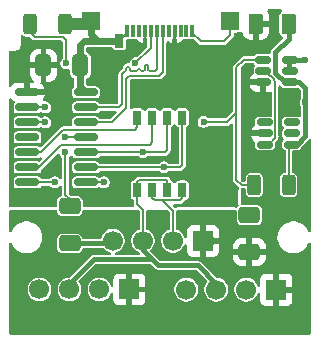
<source format=gbr>
%TF.GenerationSoftware,KiCad,Pcbnew,9.0.7*%
%TF.CreationDate,2026-01-26T10:20:21-05:00*%
%TF.ProjectId,USBC_I2C,55534243-5f49-4324-932e-6b696361645f,rev?*%
%TF.SameCoordinates,Original*%
%TF.FileFunction,Copper,L1,Top*%
%TF.FilePolarity,Positive*%
%FSLAX46Y46*%
G04 Gerber Fmt 4.6, Leading zero omitted, Abs format (unit mm)*
G04 Created by KiCad (PCBNEW 9.0.7) date 2026-01-26 10:20:21*
%MOMM*%
%LPD*%
G01*
G04 APERTURE LIST*
G04 Aperture macros list*
%AMRoundRect*
0 Rectangle with rounded corners*
0 $1 Rounding radius*
0 $2 $3 $4 $5 $6 $7 $8 $9 X,Y pos of 4 corners*
0 Add a 4 corners polygon primitive as box body*
4,1,4,$2,$3,$4,$5,$6,$7,$8,$9,$2,$3,0*
0 Add four circle primitives for the rounded corners*
1,1,$1+$1,$2,$3*
1,1,$1+$1,$4,$5*
1,1,$1+$1,$6,$7*
1,1,$1+$1,$8,$9*
0 Add four rect primitives between the rounded corners*
20,1,$1+$1,$2,$3,$4,$5,0*
20,1,$1+$1,$4,$5,$6,$7,0*
20,1,$1+$1,$6,$7,$8,$9,0*
20,1,$1+$1,$8,$9,$2,$3,0*%
G04 Aperture macros list end*
%TA.AperFunction,SMDPad,CuDef*%
%ADD10RoundRect,0.250000X0.312500X0.625000X-0.312500X0.625000X-0.312500X-0.625000X0.312500X-0.625000X0*%
%TD*%
%TA.AperFunction,SMDPad,CuDef*%
%ADD11R,1.500000X1.500000*%
%TD*%
%TA.AperFunction,SMDPad,CuDef*%
%ADD12RoundRect,0.150000X-0.512500X-0.150000X0.512500X-0.150000X0.512500X0.150000X-0.512500X0.150000X0*%
%TD*%
%TA.AperFunction,ComponentPad*%
%ADD13R,1.700000X1.700000*%
%TD*%
%TA.AperFunction,ComponentPad*%
%ADD14C,1.700000*%
%TD*%
%TA.AperFunction,SMDPad,CuDef*%
%ADD15RoundRect,0.250000X0.650000X-0.412500X0.650000X0.412500X-0.650000X0.412500X-0.650000X-0.412500X0*%
%TD*%
%TA.AperFunction,SMDPad,CuDef*%
%ADD16RoundRect,0.150000X0.512500X0.150000X-0.512500X0.150000X-0.512500X-0.150000X0.512500X-0.150000X0*%
%TD*%
%TA.AperFunction,SMDPad,CuDef*%
%ADD17R,0.380000X1.000000*%
%TD*%
%TA.AperFunction,SMDPad,CuDef*%
%ADD18R,0.700000X1.150000*%
%TD*%
%TA.AperFunction,SMDPad,CuDef*%
%ADD19RoundRect,0.190000X-0.190000X0.435000X-0.190000X-0.435000X0.190000X-0.435000X0.190000X0.435000X0*%
%TD*%
%TA.AperFunction,SMDPad,CuDef*%
%ADD20RoundRect,0.250000X-0.312500X-0.625000X0.312500X-0.625000X0.312500X0.625000X-0.312500X0.625000X0*%
%TD*%
%TA.AperFunction,SMDPad,CuDef*%
%ADD21RoundRect,0.250000X0.412500X0.650000X-0.412500X0.650000X-0.412500X-0.650000X0.412500X-0.650000X0*%
%TD*%
%TA.AperFunction,SMDPad,CuDef*%
%ADD22RoundRect,0.150000X-0.825000X-0.150000X0.825000X-0.150000X0.825000X0.150000X-0.825000X0.150000X0*%
%TD*%
%TA.AperFunction,SMDPad,CuDef*%
%ADD23RoundRect,0.250000X-0.375000X-0.625000X0.375000X-0.625000X0.375000X0.625000X-0.375000X0.625000X0*%
%TD*%
%TA.AperFunction,ViaPad*%
%ADD24C,0.600000*%
%TD*%
%TA.AperFunction,ViaPad*%
%ADD25C,0.500000*%
%TD*%
%TA.AperFunction,Conductor*%
%ADD26C,0.200000*%
%TD*%
%TA.AperFunction,Conductor*%
%ADD27C,0.400000*%
%TD*%
%TA.AperFunction,Conductor*%
%ADD28C,1.000000*%
%TD*%
%TA.AperFunction,Conductor*%
%ADD29C,0.600000*%
%TD*%
G04 APERTURE END LIST*
D10*
%TO.P,R2,1*%
%TO.N,Net-(Q1B-D)*%
X107431300Y-72200000D03*
%TO.P,R2,2*%
%TO.N,Net-(U2-STAT)*%
X104506300Y-72200000D03*
%TD*%
D11*
%TO.P,TP3,1*%
%TO.N,GND*%
X90648650Y-58321900D03*
%TD*%
D12*
%TO.P,Q1,1*%
%TO.N,N/C*%
X105415500Y-66868000D03*
%TO.P,Q1,2,S*%
%TO.N,/Vo*%
X105415500Y-67818000D03*
%TO.P,Q1,3,G*%
%TO.N,Net-(Q1B-G)*%
X105415500Y-68768000D03*
%TO.P,Q1,4,D*%
%TO.N,Net-(Q1B-D)*%
X107690500Y-68768000D03*
%TO.P,Q1,5*%
%TO.N,N/C*%
X107690500Y-67818000D03*
%TO.P,Q1,6*%
X107690500Y-66868000D03*
%TD*%
D13*
%TO.P,J2,1,Pin_1*%
%TO.N,/Vo*%
X93945050Y-81033800D03*
D14*
%TO.P,J2,2,Pin_2*%
%TO.N,/Out0*%
X91405050Y-81033800D03*
%TO.P,J2,3,Pin_3*%
%TO.N,/Out1*%
X88865050Y-81033800D03*
%TO.P,J2,4,Pin_4*%
%TO.N,GND*%
X86325050Y-81033800D03*
%TD*%
D15*
%TO.P,C2,1*%
%TO.N,GND*%
X88900000Y-77127500D03*
%TO.P,C2,2*%
%TO.N,Net-(U1-VUSB)*%
X88900000Y-74002500D03*
%TD*%
D16*
%TO.P,U2,1,VIN*%
%TO.N,Net-(Q1B-D)*%
X107558000Y-63500000D03*
%TO.P,U2,2,GND*%
%TO.N,GND*%
X107558000Y-62550000D03*
%TO.P,U2,3,CTL*%
X107558000Y-61600000D03*
%TO.P,U2,4,STAT*%
%TO.N,Net-(U2-STAT)*%
X105283000Y-61600000D03*
%TO.P,U2,5,GATE*%
%TO.N,Net-(Q1B-G)*%
X105283000Y-62550000D03*
%TO.P,U2,6,SENSE*%
%TO.N,/Vo*%
X105283000Y-63500000D03*
%TD*%
D17*
%TO.P,USB1,A1,GND*%
%TO.N,GND*%
X93771050Y-59138000D03*
%TO.P,USB1,A2*%
%TO.N,N/C*%
X94271050Y-59138000D03*
%TO.P,USB1,A3*%
X94771050Y-59138000D03*
%TO.P,USB1,A4,VBUS*%
%TO.N,/VBus*%
X95271050Y-59138000D03*
%TO.P,USB1,A5,CC*%
%TO.N,Net-(USB1-CC)*%
X95771050Y-59138000D03*
%TO.P,USB1,A6,D+*%
%TO.N,Net-(U1-D+)*%
X96271050Y-59138000D03*
%TO.P,USB1,A7,D-*%
%TO.N,Net-(U1-D-)*%
X96771050Y-59138000D03*
%TO.P,USB1,A8*%
%TO.N,N/C*%
X97271050Y-59138000D03*
%TO.P,USB1,A9,VBUS*%
%TO.N,/VBus*%
X97771050Y-59138000D03*
%TO.P,USB1,A10*%
%TO.N,N/C*%
X98271050Y-59138000D03*
%TO.P,USB1,A11*%
X98771050Y-59138000D03*
%TO.P,USB1,A12,GND*%
%TO.N,GND*%
X99271050Y-59138000D03*
D18*
%TO.P,USB1,S1,SHIELD*%
X93101050Y-59978000D03*
%TD*%
D15*
%TO.P,C3,1*%
%TO.N,/Vo*%
X104100000Y-77862500D03*
%TO.P,C3,2*%
%TO.N,GND*%
X104100000Y-74737500D03*
%TD*%
D11*
%TO.P,TP3,1*%
%TO.N,GND*%
X102472350Y-58321900D03*
%TD*%
D19*
%TO.P,SW1,1*%
%TO.N,Net-(U1-SDA)*%
X98426050Y-66477000D03*
%TO.P,SW1,2*%
%TO.N,Net-(U1-SCL)*%
X97156050Y-66477000D03*
%TO.P,SW1,3*%
%TO.N,Net-(U1-UTx)*%
X95886050Y-66477000D03*
%TO.P,SW1,4*%
%TO.N,Net-(U1-URx)*%
X94616050Y-66477000D03*
%TO.P,SW1,5*%
%TO.N,/Out1*%
X94616050Y-72627000D03*
%TO.P,SW1,6*%
%TO.N,/Out0*%
X95886050Y-72627000D03*
%TO.P,SW1,7*%
%TO.N,/Out1*%
X97156050Y-72627000D03*
%TO.P,SW1,8*%
%TO.N,/Out0*%
X98426050Y-72627000D03*
%TD*%
D20*
%TO.P,R1,1*%
%TO.N,Net-(USB1-CC)*%
X85563050Y-58547000D03*
%TO.P,R1,2*%
%TO.N,GND*%
X88488050Y-58547000D03*
%TD*%
D21*
%TO.P,C1,1*%
%TO.N,GND*%
X89792550Y-62059000D03*
%TO.P,C1,2*%
%TO.N,/VBus*%
X86667550Y-62059000D03*
%TD*%
D22*
%TO.P,U1,1,VDD*%
%TO.N,/VBus*%
X85309050Y-64345000D03*
%TO.P,U1,2,GP0*%
%TO.N,Net-(U1-GP0)*%
X85309050Y-65615000D03*
%TO.P,U1,3,GP1*%
%TO.N,Net-(U1-GP1)*%
X85309050Y-66885000D03*
%TO.P,U1,4,~{RST}*%
%TO.N,unconnected-(U1-~{RST}-Pad4)*%
X85309050Y-68155000D03*
%TO.P,U1,5,URx*%
%TO.N,Net-(U1-URx)*%
X85309050Y-69425000D03*
%TO.P,U1,6,UTx*%
%TO.N,Net-(U1-UTx)*%
X85309050Y-70695000D03*
%TO.P,U1,7,GP2*%
%TO.N,Net-(U1-GP2)*%
X85309050Y-71965000D03*
%TO.P,U1,8,GP3*%
%TO.N,Net-(U1-GP3)*%
X90259050Y-71965000D03*
%TO.P,U1,9,SDA*%
%TO.N,Net-(U1-SDA)*%
X90259050Y-70695000D03*
%TO.P,U1,10,SCL*%
%TO.N,Net-(U1-SCL)*%
X90259050Y-69425000D03*
%TO.P,U1,11,VUSB*%
%TO.N,Net-(U1-VUSB)*%
X90259050Y-68155000D03*
%TO.P,U1,12,D-*%
%TO.N,Net-(U1-D-)*%
X90259050Y-66885000D03*
%TO.P,U1,13,D+*%
%TO.N,Net-(U1-D+)*%
X90259050Y-65615000D03*
%TO.P,U1,14,VSS*%
%TO.N,GND*%
X90259050Y-64345000D03*
%TD*%
D13*
%TO.P,J1,1,Pin_1*%
%TO.N,/Vo*%
X100168050Y-76918000D03*
D14*
%TO.P,J1,2,Pin_2*%
%TO.N,/Out0*%
X97628050Y-76918000D03*
%TO.P,J1,3,Pin_3*%
%TO.N,/Out1*%
X95088050Y-76918000D03*
%TO.P,J1,4,Pin_4*%
%TO.N,GND*%
X92548050Y-76918000D03*
%TD*%
D13*
%TO.P,J3,1,Pin_1*%
%TO.N,/Vo*%
X106375200Y-81051400D03*
D14*
%TO.P,J3,2,Pin_2*%
%TO.N,/Out0*%
X103835200Y-81051400D03*
%TO.P,J3,3,Pin_3*%
%TO.N,/Out1*%
X101295200Y-81051400D03*
%TO.P,J3,4,Pin_4*%
%TO.N,GND*%
X98755200Y-81051400D03*
%TD*%
D23*
%TO.P,F1,1*%
%TO.N,/VBus*%
X104645000Y-58547000D03*
%TO.P,F1,2*%
%TO.N,Net-(Q1B-D)*%
X107445000Y-58547000D03*
%TD*%
D24*
%TO.N,/VBus*%
X94550000Y-60850000D03*
X100228400Y-63703200D03*
X97771050Y-60678000D03*
%TO.N,GND*%
X90173150Y-57893400D03*
X108839000Y-61595000D03*
X91125650Y-58782400D03*
X90173150Y-58782400D03*
X101996850Y-57893400D03*
X101996850Y-58782400D03*
X91125650Y-57893400D03*
X104100000Y-74737500D03*
X102949350Y-57893400D03*
X102949350Y-58782400D03*
%TO.N,Net-(U1-VUSB)*%
X88509450Y-69425000D03*
X88509450Y-68155000D03*
%TO.N,Net-(Q1B-D)*%
X108839000Y-65200000D03*
D25*
%TO.N,/Vo*%
X106159621Y-70040379D03*
X105400000Y-70800000D03*
D24*
%TO.N,Net-(U1-SCL)*%
X95088050Y-69425000D03*
%TO.N,Net-(U1-SDA)*%
X96866050Y-70695000D03*
%TO.N,Net-(USB1-CC)*%
X88600000Y-61900000D03*
X94453050Y-61881200D03*
%TO.N,Net-(U1-GP1)*%
X86833050Y-66885000D03*
%TO.N,Net-(U1-GP2)*%
X87630000Y-71965000D03*
%TO.N,Net-(U1-GP0)*%
X86833050Y-65615000D03*
%TO.N,Net-(U1-GP3)*%
X91786050Y-71965000D03*
%TO.N,Net-(U2-STAT)*%
X100228400Y-66852800D03*
%TD*%
D26*
%TO.N,/VBus*%
X95271050Y-60128950D02*
X95271050Y-59138000D01*
X94550000Y-60850000D02*
X95271050Y-60128950D01*
X97771050Y-60678000D02*
X97771050Y-59138000D01*
D27*
%TO.N,GND*%
X107442000Y-61600000D02*
X108834000Y-61600000D01*
D28*
X88488050Y-58547000D02*
X90423550Y-58547000D01*
D27*
X92338550Y-77127500D02*
X92548050Y-76918000D01*
D29*
X92675050Y-59978000D02*
X91229050Y-59978000D01*
D26*
X99271050Y-59138000D02*
X99271050Y-59295100D01*
D29*
X90136000Y-59978000D02*
X89792550Y-60321450D01*
D27*
X88900000Y-77127500D02*
X92338550Y-77127500D01*
D28*
X90423550Y-58547000D02*
X90648650Y-58321900D01*
D29*
X90648650Y-59397600D02*
X90648650Y-58321900D01*
D26*
X102472350Y-59500700D02*
X102472350Y-58321900D01*
X101971450Y-60001600D02*
X102472350Y-59500700D01*
D29*
X89792550Y-63878500D02*
X90259050Y-64345000D01*
D27*
X108834000Y-61600000D02*
X108839000Y-61595000D01*
D26*
X93771050Y-59308000D02*
X93101050Y-59978000D01*
X99271050Y-59295100D02*
X99977550Y-60001600D01*
D29*
X92176050Y-59978000D02*
X90136000Y-59978000D01*
X91229050Y-59978000D02*
X90648650Y-59397600D01*
X92176050Y-59978000D02*
X92675050Y-59978000D01*
X93101050Y-59978000D02*
X92675050Y-59978000D01*
D26*
X93771050Y-59138000D02*
X93771050Y-59308000D01*
X99977550Y-60001600D02*
X101971450Y-60001600D01*
D29*
X89792550Y-62059000D02*
X89792550Y-63878500D01*
D27*
X107442000Y-62550000D02*
X107442000Y-61600000D01*
D29*
X102475650Y-58325200D02*
X102472350Y-58321900D01*
X89792550Y-60321450D02*
X89792550Y-62059000D01*
D26*
%TO.N,Net-(U1-VUSB)*%
X88900000Y-74002500D02*
X88900000Y-73406000D01*
X88900000Y-73406000D02*
X88519000Y-73025000D01*
X88519000Y-69434550D02*
X88509450Y-69425000D01*
X88519000Y-73025000D02*
X88519000Y-69434550D01*
X88509450Y-68155000D02*
X90259050Y-68155000D01*
%TO.N,Net-(U1-D-)*%
X92500000Y-66885000D02*
X93691050Y-65693950D01*
X96485050Y-62948000D02*
X96771050Y-62662000D01*
X90259050Y-66885000D02*
X92500000Y-66885000D01*
X96771050Y-62662000D02*
X96771050Y-62600000D01*
X93945050Y-62948000D02*
X96485050Y-62948000D01*
X93691050Y-65693950D02*
X93691050Y-63202000D01*
X93691050Y-63202000D02*
X93945050Y-62948000D01*
X96771050Y-62600000D02*
X96771050Y-59138000D01*
D27*
%TO.N,Net-(Q1B-D)*%
X106299000Y-62711468D02*
X107087532Y-63500000D01*
X107087532Y-63500000D02*
X108331000Y-63500000D01*
X107445000Y-59814000D02*
X106299000Y-60960000D01*
X107445000Y-58547000D02*
X107445000Y-59814000D01*
X108143000Y-68768000D02*
X107436500Y-68768000D01*
D26*
X107436500Y-72791200D02*
X107431300Y-72796400D01*
X107436500Y-68768000D02*
X107436500Y-72791200D01*
D27*
X108331000Y-63500000D02*
X108839000Y-64008000D01*
X108839000Y-64008000D02*
X108839000Y-65200000D01*
X108839000Y-65200000D02*
X108839000Y-68072000D01*
X106299000Y-60960000D02*
X106299000Y-62711468D01*
X108839000Y-68072000D02*
X108143000Y-68768000D01*
D26*
%TO.N,Net-(U1-D+)*%
X93056050Y-65615000D02*
X93310050Y-65361000D01*
X96271050Y-62400000D02*
X96271050Y-61900000D01*
X93557537Y-62573512D02*
X93564050Y-62567000D01*
X95714050Y-62567000D02*
X96050587Y-62567000D01*
X94104050Y-62567000D02*
X94164050Y-62567000D01*
X93310050Y-65361000D02*
X93310050Y-63260722D01*
X90259050Y-65615000D02*
X93056050Y-65615000D01*
X94164050Y-62567000D02*
X94514050Y-62567000D01*
X94714050Y-62367000D02*
X94814050Y-62367000D01*
X93310050Y-62821000D02*
X93557537Y-62573512D01*
X96271050Y-61900000D02*
X96271050Y-59138000D01*
X93310050Y-63260722D02*
X93310050Y-62821000D01*
X95234050Y-62447000D02*
X95234050Y-62114711D01*
X96050587Y-62567000D02*
X96104050Y-62567000D01*
X96104050Y-62567000D02*
X96271050Y-62400000D01*
X95014050Y-62567000D02*
X95114050Y-62567000D01*
X93684050Y-62447000D02*
X93684050Y-62317274D01*
X95654050Y-62567000D02*
X95714050Y-62567000D01*
X95534050Y-62114711D02*
X95534050Y-62447000D01*
X93804050Y-62197274D02*
X93864050Y-62197274D01*
X93984050Y-62317274D02*
X93984050Y-62447000D01*
X95354050Y-61994711D02*
X95414050Y-61994711D01*
X93684050Y-62317274D02*
G75*
G02*
X93804050Y-62197350I119950J-26D01*
G01*
X95234050Y-62114711D02*
G75*
G02*
X95354050Y-61994750I119950J11D01*
G01*
X93984050Y-62447000D02*
G75*
G03*
X94104050Y-62566950I119950J0D01*
G01*
X95534050Y-62447000D02*
G75*
G03*
X95654050Y-62566950I119950J0D01*
G01*
X93864050Y-62197274D02*
G75*
G02*
X93984126Y-62317274I50J-120026D01*
G01*
X94914050Y-62467000D02*
G75*
G03*
X95014050Y-62566950I99950J0D01*
G01*
X94514050Y-62567000D02*
G75*
G03*
X94614100Y-62467000I50J100000D01*
G01*
X95414050Y-61994711D02*
G75*
G02*
X95534089Y-62114711I50J-119989D01*
G01*
X94814050Y-62367000D02*
G75*
G02*
X94914100Y-62467000I50J-100000D01*
G01*
X95114050Y-62567000D02*
G75*
G03*
X95234100Y-62447000I50J120000D01*
G01*
X94614050Y-62467000D02*
G75*
G02*
X94714050Y-62367050I99950J0D01*
G01*
X93564050Y-62567000D02*
G75*
G03*
X93684100Y-62447000I50J120000D01*
G01*
%TO.N,/Vo*%
X100168050Y-76597000D02*
X100295050Y-76597000D01*
D28*
X100168050Y-76918000D02*
X100673050Y-76918000D01*
D26*
%TO.N,/Out1*%
X95088050Y-76918000D02*
X95088050Y-74289000D01*
X95088050Y-74289000D02*
X94616050Y-73817000D01*
D27*
X99762050Y-78994000D02*
X101311050Y-80543000D01*
X88865050Y-80533800D02*
X90912850Y-78486000D01*
X95885000Y-78486000D02*
X96393000Y-78994000D01*
D26*
X95088450Y-76917600D02*
X95088050Y-76918000D01*
X97073050Y-71791000D02*
X94754050Y-71791000D01*
X94616050Y-71929000D02*
X94616050Y-72627000D01*
D27*
X95088050Y-76918000D02*
X95088050Y-77689050D01*
D26*
X94754050Y-71791000D02*
X94616050Y-71929000D01*
X97156050Y-71874000D02*
X97073050Y-71791000D01*
X97156050Y-72627000D02*
X97156050Y-71874000D01*
D27*
X95088050Y-77689050D02*
X96393000Y-78994000D01*
X90912850Y-78486000D02*
X95885000Y-78486000D01*
X96393000Y-78994000D02*
X99762050Y-78994000D01*
D26*
X94767050Y-76597000D02*
X95088050Y-76597000D01*
X94616050Y-73817000D02*
X94616050Y-72627000D01*
%TO.N,Net-(U1-SCL)*%
X90259050Y-69425000D02*
X95088050Y-69425000D01*
X97156050Y-66477000D02*
X97156050Y-69185800D01*
X97156050Y-69185800D02*
X96916850Y-69425000D01*
X96916850Y-69425000D02*
X95088050Y-69425000D01*
%TO.N,Net-(U1-URx)*%
X94680050Y-66477000D02*
X94707050Y-66504000D01*
X86452050Y-69425000D02*
X85309050Y-69425000D01*
X88357050Y-67520000D02*
X86452050Y-69425000D01*
X94616050Y-66477000D02*
X94616050Y-67306200D01*
X94616050Y-67306200D02*
X94402250Y-67520000D01*
X94402250Y-67520000D02*
X88357050Y-67520000D01*
X94616050Y-66477000D02*
X94680050Y-66477000D01*
%TO.N,Net-(U1-SDA)*%
X98426050Y-66477000D02*
X98426050Y-70455800D01*
X90259050Y-70695000D02*
X96866050Y-70695000D01*
X98186850Y-70695000D02*
X96866050Y-70695000D01*
X98426050Y-70455800D02*
X98186850Y-70695000D01*
%TO.N,Net-(U1-UTx)*%
X95672250Y-68790000D02*
X88189049Y-68790000D01*
X95886050Y-66477000D02*
X95886050Y-68576200D01*
X88189049Y-68790000D02*
X86284049Y-70695000D01*
X86284049Y-70695000D02*
X85309050Y-70695000D01*
X95886050Y-68576200D02*
X95672250Y-68790000D01*
%TO.N,Net-(USB1-CC)*%
X85563050Y-59274050D02*
X85563050Y-58547000D01*
X88357050Y-59646000D02*
X85935000Y-59646000D01*
X85935000Y-59646000D02*
X85563050Y-59274050D01*
X88611050Y-59900000D02*
X88357050Y-59646000D01*
X88611050Y-61888950D02*
X88611050Y-59900000D01*
X88600000Y-61900000D02*
X88611050Y-61888950D01*
X95771050Y-60563200D02*
X95771050Y-59138000D01*
X94453050Y-61881200D02*
X95771050Y-60563200D01*
%TO.N,/Out0*%
X98199550Y-73489000D02*
X97374050Y-73489000D01*
X98426050Y-73262500D02*
X98199550Y-73489000D01*
X97628050Y-74387050D02*
X97628050Y-76918000D01*
X96104050Y-73489000D02*
X96730000Y-73489000D01*
X96104050Y-73489000D02*
X95886050Y-73271000D01*
X97497550Y-76597000D02*
X97628050Y-76597000D01*
X95723050Y-72854000D02*
X95723050Y-72092000D01*
X96730000Y-73489000D02*
X97628050Y-74387050D01*
X98426050Y-72627000D02*
X98426050Y-73262500D01*
X97374050Y-73489000D02*
X96104050Y-73489000D01*
X95886050Y-73271000D02*
X95886050Y-72627000D01*
%TO.N,Net-(Q1B-G)*%
X106299000Y-68199000D02*
X105730000Y-68768000D01*
X106146500Y-63316454D02*
X106299000Y-63468954D01*
X105730000Y-68768000D02*
X105161500Y-68768000D01*
X105829046Y-62999000D02*
X105945046Y-62999000D01*
X106299000Y-63468954D02*
X106299000Y-68199000D01*
X105945046Y-62999000D02*
X106146500Y-63200454D01*
X105380046Y-62550000D02*
X105829046Y-62999000D01*
X105167000Y-62550000D02*
X105380046Y-62550000D01*
X106146500Y-63200454D02*
X106146500Y-63316454D01*
%TO.N,Net-(U1-GP1)*%
X85309050Y-66885000D02*
X86833050Y-66885000D01*
%TO.N,Net-(U1-GP2)*%
X85309050Y-71965000D02*
X87630000Y-71965000D01*
%TO.N,Net-(U1-GP0)*%
X85309050Y-65615000D02*
X86833050Y-65615000D01*
%TO.N,Net-(U1-GP3)*%
X90259050Y-71965000D02*
X91786050Y-71965000D01*
%TO.N,Net-(U2-STAT)*%
X102997000Y-71755000D02*
X102997000Y-66090800D01*
X100228400Y-66852800D02*
X102235000Y-66852800D01*
X103627000Y-61600000D02*
X105167000Y-61600000D01*
X102235000Y-66852800D02*
X102997000Y-66090800D01*
X104506300Y-72200000D02*
X103442000Y-72200000D01*
X102997000Y-62230000D02*
X103627000Y-61600000D01*
X103442000Y-72200000D02*
X102997000Y-71755000D01*
X102997000Y-66090800D02*
X102997000Y-62230000D01*
%TD*%
%TA.AperFunction,Conductor*%
%TO.N,/VBus*%
G36*
X106821984Y-57336185D02*
G01*
X106867739Y-57388989D01*
X106877683Y-57458147D01*
X106848658Y-57521703D01*
X106828581Y-57540268D01*
X106812486Y-57552147D01*
X106747850Y-57599850D01*
X106667207Y-57709117D01*
X106667206Y-57709119D01*
X106622353Y-57837298D01*
X106622353Y-57837300D01*
X106619500Y-57867730D01*
X106619500Y-59226269D01*
X106622353Y-59256699D01*
X106622353Y-59256701D01*
X106667206Y-59384880D01*
X106667207Y-59384882D01*
X106747850Y-59494150D01*
X106857118Y-59574793D01*
X106863971Y-59577191D01*
X106920745Y-59617913D01*
X106946491Y-59682866D01*
X106933034Y-59751428D01*
X106910694Y-59781912D01*
X105978522Y-60714084D01*
X105978518Y-60714090D01*
X105925793Y-60805411D01*
X105925793Y-60805412D01*
X105919249Y-60829836D01*
X105898500Y-60907273D01*
X105898500Y-60984168D01*
X105897294Y-60992752D01*
X105886313Y-61017002D01*
X105878815Y-61042539D01*
X105872126Y-61048334D01*
X105868474Y-61056401D01*
X105846122Y-61070867D01*
X105826011Y-61088294D01*
X105815746Y-61090527D01*
X105809818Y-61094364D01*
X105797932Y-61094402D01*
X105774500Y-61099500D01*
X104737239Y-61099500D01*
X104669108Y-61109426D01*
X104564014Y-61160803D01*
X104481305Y-61243512D01*
X104478423Y-61247550D01*
X104423449Y-61290674D01*
X104377503Y-61299500D01*
X103587438Y-61299500D01*
X103511010Y-61319978D01*
X103442489Y-61359540D01*
X103442486Y-61359542D01*
X102756541Y-62045487D01*
X102756535Y-62045495D01*
X102716982Y-62114004D01*
X102716979Y-62114009D01*
X102696500Y-62190439D01*
X102696500Y-65914967D01*
X102676815Y-65982006D01*
X102660181Y-66002648D01*
X102146848Y-66515981D01*
X102085525Y-66549466D01*
X102059167Y-66552300D01*
X100687076Y-66552300D01*
X100620037Y-66532615D01*
X100599395Y-66515981D01*
X100535716Y-66452302D01*
X100535714Y-66452300D01*
X100477358Y-66418608D01*
X100421587Y-66386408D01*
X100357939Y-66369354D01*
X100294292Y-66352300D01*
X100162508Y-66352300D01*
X100035212Y-66386408D01*
X99921086Y-66452300D01*
X99921083Y-66452302D01*
X99827902Y-66545483D01*
X99827900Y-66545486D01*
X99762008Y-66659612D01*
X99727900Y-66786908D01*
X99727900Y-66918691D01*
X99762008Y-67045987D01*
X99789302Y-67093260D01*
X99827900Y-67160114D01*
X99921086Y-67253300D01*
X100035214Y-67319192D01*
X100162508Y-67353300D01*
X100162510Y-67353300D01*
X100294290Y-67353300D01*
X100294292Y-67353300D01*
X100421586Y-67319192D01*
X100535714Y-67253300D01*
X100599395Y-67189619D01*
X100660718Y-67156134D01*
X100687076Y-67153300D01*
X102274560Y-67153300D01*
X102274562Y-67153300D01*
X102350989Y-67132821D01*
X102419511Y-67093260D01*
X102475460Y-67037311D01*
X102484819Y-67027952D01*
X102546142Y-66994467D01*
X102615834Y-66999451D01*
X102671767Y-67041323D01*
X102696184Y-67106787D01*
X102696500Y-67115626D01*
X102696500Y-71794562D01*
X102702240Y-71815983D01*
X102716979Y-71870990D01*
X102716982Y-71870995D01*
X102717646Y-71872145D01*
X102745263Y-71919979D01*
X102756540Y-71939511D01*
X102756542Y-71939513D01*
X103162737Y-72345708D01*
X103168211Y-72355734D01*
X103177091Y-72362927D01*
X103184655Y-72385849D01*
X103196222Y-72407031D01*
X103195971Y-72420136D01*
X103198988Y-72429277D01*
X103195388Y-72450642D01*
X103195126Y-72464359D01*
X103193095Y-72472229D01*
X103192309Y-72473954D01*
X103183294Y-72497405D01*
X103181803Y-72515668D01*
X103180820Y-72519018D01*
X103180559Y-72520829D01*
X103180559Y-72520832D01*
X103172500Y-72576904D01*
X103172500Y-73798107D01*
X103177196Y-73841779D01*
X103183495Y-73870735D01*
X103178509Y-73940427D01*
X103155686Y-73978703D01*
X103146809Y-73988856D01*
X103127850Y-74002850D01*
X103091379Y-74052266D01*
X103088007Y-74056124D01*
X103062682Y-74072243D01*
X103038771Y-74090398D01*
X103033186Y-74091017D01*
X103029065Y-74093641D01*
X103010276Y-74093559D01*
X102977003Y-74097250D01*
X102923100Y-74089500D01*
X98004951Y-74089500D01*
X97961275Y-74094195D01*
X97947227Y-74097251D01*
X97909760Y-74105401D01*
X97909711Y-74105411D01*
X97909683Y-74105418D01*
X97907714Y-74105856D01*
X97907711Y-74105857D01*
X97895266Y-74111851D01*
X97826325Y-74123203D01*
X97762190Y-74095481D01*
X97753783Y-74087812D01*
X97667152Y-74001181D01*
X97633667Y-73939858D01*
X97638651Y-73870166D01*
X97680523Y-73814233D01*
X97745987Y-73789816D01*
X97754833Y-73789500D01*
X98239110Y-73789500D01*
X98239112Y-73789500D01*
X98315539Y-73769021D01*
X98384061Y-73729460D01*
X98440010Y-73673511D01*
X98635213Y-73478306D01*
X98696532Y-73444824D01*
X98703473Y-73443520D01*
X98738225Y-73438017D01*
X98738229Y-73438014D01*
X98738232Y-73438014D01*
X98848437Y-73381861D01*
X98848436Y-73381861D01*
X98848441Y-73381859D01*
X98935909Y-73294391D01*
X98992067Y-73184175D01*
X98992067Y-73184173D01*
X98992068Y-73184172D01*
X98992068Y-73184171D01*
X98999143Y-73139500D01*
X99006550Y-73092735D01*
X99006549Y-72161266D01*
X99006549Y-72161264D01*
X99006549Y-72161260D01*
X98992068Y-72069829D01*
X98992068Y-72069828D01*
X98992067Y-72069826D01*
X98992067Y-72069825D01*
X98935909Y-71959609D01*
X98935907Y-71959607D01*
X98935904Y-71959603D01*
X98848446Y-71872145D01*
X98848443Y-71872143D01*
X98848441Y-71872141D01*
X98738225Y-71815983D01*
X98738224Y-71815982D01*
X98738221Y-71815981D01*
X98646785Y-71801500D01*
X98205310Y-71801500D01*
X98205310Y-71801501D01*
X98113879Y-71815981D01*
X98113878Y-71815981D01*
X98003657Y-71872142D01*
X98003653Y-71872145D01*
X97916195Y-71959603D01*
X97916189Y-71959611D01*
X97901532Y-71988377D01*
X97853557Y-72039171D01*
X97785735Y-72055965D01*
X97719601Y-72033426D01*
X97680566Y-71988376D01*
X97665909Y-71959609D01*
X97665907Y-71959607D01*
X97665904Y-71959603D01*
X97578446Y-71872145D01*
X97578442Y-71872142D01*
X97578441Y-71872141D01*
X97576180Y-71870989D01*
X97498166Y-71831238D01*
X97447371Y-71783263D01*
X97439855Y-71765237D01*
X97439180Y-71765517D01*
X97436073Y-71758017D01*
X97436072Y-71758012D01*
X97396510Y-71689489D01*
X97257561Y-71550540D01*
X97257560Y-71550539D01*
X97257557Y-71550537D01*
X97230979Y-71535193D01*
X97214713Y-71525802D01*
X97214711Y-71525800D01*
X97214711Y-71525801D01*
X97214709Y-71525800D01*
X97209285Y-71522668D01*
X97189040Y-71510979D01*
X97189041Y-71510979D01*
X97150825Y-71500739D01*
X97112612Y-71490500D01*
X94714488Y-71490500D01*
X94676274Y-71500739D01*
X94638059Y-71510979D01*
X94615421Y-71524049D01*
X94612387Y-71525802D01*
X94599656Y-71533151D01*
X94569539Y-71550539D01*
X94375592Y-71744486D01*
X94375588Y-71744492D01*
X94365138Y-71762591D01*
X94314569Y-71810805D01*
X94311637Y-71812028D01*
X94303875Y-71815983D01*
X94193659Y-71872141D01*
X94193658Y-71872142D01*
X94193653Y-71872145D01*
X94106195Y-71959603D01*
X94106193Y-71959607D01*
X94106191Y-71959609D01*
X94091533Y-71988377D01*
X94050031Y-72069827D01*
X94050031Y-72069828D01*
X94035550Y-72161264D01*
X94035550Y-73092739D01*
X94050031Y-73184170D01*
X94050031Y-73184171D01*
X94050032Y-73184174D01*
X94050033Y-73184175D01*
X94106190Y-73294390D01*
X94106192Y-73294392D01*
X94106195Y-73294396D01*
X94193653Y-73381854D01*
X94193656Y-73381856D01*
X94193659Y-73381859D01*
X94247845Y-73409468D01*
X94298640Y-73457441D01*
X94315550Y-73519952D01*
X94315550Y-73856562D01*
X94319348Y-73870735D01*
X94336141Y-73933406D01*
X94334478Y-74003256D01*
X94295316Y-74061119D01*
X94231088Y-74088623D01*
X94216366Y-74089500D01*
X90124500Y-74089500D01*
X90057461Y-74069815D01*
X90011706Y-74017011D01*
X90000500Y-73965500D01*
X90000500Y-73535730D01*
X89997646Y-73505300D01*
X89997646Y-73505298D01*
X89964006Y-73409163D01*
X89952793Y-73377118D01*
X89872150Y-73267850D01*
X89762882Y-73187207D01*
X89762880Y-73187206D01*
X89634700Y-73142353D01*
X89604270Y-73139500D01*
X89604266Y-73139500D01*
X89109833Y-73139500D01*
X89042794Y-73119815D01*
X89022152Y-73103181D01*
X88855819Y-72936848D01*
X88822334Y-72875525D01*
X88819500Y-72849167D01*
X88819500Y-71781739D01*
X89083550Y-71781739D01*
X89083550Y-72148260D01*
X89093476Y-72216391D01*
X89144853Y-72321485D01*
X89227564Y-72404196D01*
X89227565Y-72404196D01*
X89227567Y-72404198D01*
X89332657Y-72455573D01*
X89366723Y-72460536D01*
X89400789Y-72465500D01*
X89400790Y-72465500D01*
X91117311Y-72465500D01*
X91140021Y-72462191D01*
X91185443Y-72455573D01*
X91290533Y-72404198D01*
X91317248Y-72377482D01*
X91378569Y-72343998D01*
X91448261Y-72348982D01*
X91471468Y-72361834D01*
X91471698Y-72361436D01*
X91478734Y-72365498D01*
X91478736Y-72365500D01*
X91550670Y-72407031D01*
X91589200Y-72429277D01*
X91592864Y-72431392D01*
X91720158Y-72465500D01*
X91720160Y-72465500D01*
X91851940Y-72465500D01*
X91851942Y-72465500D01*
X91979236Y-72431392D01*
X92093364Y-72365500D01*
X92186550Y-72272314D01*
X92252442Y-72158186D01*
X92286550Y-72030892D01*
X92286550Y-71899108D01*
X92252442Y-71771814D01*
X92248806Y-71765517D01*
X92243613Y-71756521D01*
X92186550Y-71657686D01*
X92093364Y-71564500D01*
X92026334Y-71525800D01*
X91979237Y-71498608D01*
X91888990Y-71474427D01*
X91851942Y-71464500D01*
X91720158Y-71464500D01*
X91592863Y-71498608D01*
X91552960Y-71521646D01*
X91478736Y-71564500D01*
X91478733Y-71564502D01*
X91471699Y-71568564D01*
X91470765Y-71566946D01*
X91415224Y-71588407D01*
X91346781Y-71574356D01*
X91317248Y-71552516D01*
X91290535Y-71525803D01*
X91185441Y-71474426D01*
X91117311Y-71464500D01*
X91117310Y-71464500D01*
X89400790Y-71464500D01*
X89400789Y-71464500D01*
X89332658Y-71474426D01*
X89227564Y-71525803D01*
X89144853Y-71608514D01*
X89093476Y-71713608D01*
X89083550Y-71781739D01*
X88819500Y-71781739D01*
X88819500Y-69874126D01*
X88839185Y-69807087D01*
X88855819Y-69786445D01*
X88880445Y-69761819D01*
X88909950Y-69732314D01*
X88909954Y-69732306D01*
X88914898Y-69725865D01*
X88916945Y-69727436D01*
X88958191Y-69688087D01*
X89026794Y-69674845D01*
X89091666Y-69700795D01*
X89126442Y-69743826D01*
X89144852Y-69781484D01*
X89227564Y-69864196D01*
X89227565Y-69864196D01*
X89227567Y-69864198D01*
X89332657Y-69915573D01*
X89366723Y-69920536D01*
X89400789Y-69925500D01*
X89400790Y-69925500D01*
X91117311Y-69925500D01*
X91140021Y-69922191D01*
X91185443Y-69915573D01*
X91290533Y-69864198D01*
X91373248Y-69781483D01*
X91373250Y-69781477D01*
X91376127Y-69777450D01*
X91431101Y-69734326D01*
X91477047Y-69725500D01*
X94629374Y-69725500D01*
X94696413Y-69745185D01*
X94717055Y-69761819D01*
X94780736Y-69825500D01*
X94894864Y-69891392D01*
X95022158Y-69925500D01*
X95022160Y-69925500D01*
X95153940Y-69925500D01*
X95153942Y-69925500D01*
X95281236Y-69891392D01*
X95395364Y-69825500D01*
X95459045Y-69761819D01*
X95520368Y-69728334D01*
X95546726Y-69725500D01*
X96956410Y-69725500D01*
X96956412Y-69725500D01*
X97032839Y-69705021D01*
X97101361Y-69665460D01*
X97157310Y-69609511D01*
X97396510Y-69370311D01*
X97419167Y-69331068D01*
X97436071Y-69301789D01*
X97456550Y-69225362D01*
X97456550Y-67369952D01*
X97476235Y-67302913D01*
X97524254Y-67259468D01*
X97578441Y-67231859D01*
X97665909Y-67144391D01*
X97680566Y-67115624D01*
X97728539Y-67064830D01*
X97796360Y-67048034D01*
X97862495Y-67070571D01*
X97901533Y-67115624D01*
X97906545Y-67125460D01*
X97916190Y-67144390D01*
X97916195Y-67144396D01*
X98003653Y-67231854D01*
X98003656Y-67231856D01*
X98003659Y-67231859D01*
X98057845Y-67259468D01*
X98108640Y-67307441D01*
X98125550Y-67369952D01*
X98125550Y-70270500D01*
X98105865Y-70337539D01*
X98053061Y-70383294D01*
X98001550Y-70394500D01*
X97324726Y-70394500D01*
X97257687Y-70374815D01*
X97237045Y-70358181D01*
X97173366Y-70294502D01*
X97173364Y-70294500D01*
X97106337Y-70255802D01*
X97059237Y-70228608D01*
X96968990Y-70204427D01*
X96931942Y-70194500D01*
X96800158Y-70194500D01*
X96672862Y-70228608D01*
X96558736Y-70294500D01*
X96558733Y-70294502D01*
X96495055Y-70358181D01*
X96433732Y-70391666D01*
X96407374Y-70394500D01*
X91477047Y-70394500D01*
X91410008Y-70374815D01*
X91376127Y-70342550D01*
X91373244Y-70338512D01*
X91290535Y-70255803D01*
X91185441Y-70204426D01*
X91117311Y-70194500D01*
X91117310Y-70194500D01*
X89400790Y-70194500D01*
X89400789Y-70194500D01*
X89332658Y-70204426D01*
X89227564Y-70255803D01*
X89144853Y-70338514D01*
X89093476Y-70443608D01*
X89083550Y-70511739D01*
X89083550Y-70878260D01*
X89093476Y-70946391D01*
X89144853Y-71051485D01*
X89227564Y-71134196D01*
X89227565Y-71134196D01*
X89227567Y-71134198D01*
X89332657Y-71185573D01*
X89366723Y-71190536D01*
X89400789Y-71195500D01*
X89400790Y-71195500D01*
X91117311Y-71195500D01*
X91140021Y-71192191D01*
X91185443Y-71185573D01*
X91290533Y-71134198D01*
X91373248Y-71051483D01*
X91373250Y-71051477D01*
X91376127Y-71047450D01*
X91431101Y-71004326D01*
X91477047Y-70995500D01*
X96407374Y-70995500D01*
X96474413Y-71015185D01*
X96495055Y-71031819D01*
X96558736Y-71095500D01*
X96672864Y-71161392D01*
X96800158Y-71195500D01*
X96800160Y-71195500D01*
X96931940Y-71195500D01*
X96931942Y-71195500D01*
X97059236Y-71161392D01*
X97173364Y-71095500D01*
X97237045Y-71031819D01*
X97298368Y-70998334D01*
X97324726Y-70995500D01*
X98226410Y-70995500D01*
X98226412Y-70995500D01*
X98302839Y-70975021D01*
X98371361Y-70935460D01*
X98427310Y-70879511D01*
X98666510Y-70640311D01*
X98672978Y-70629108D01*
X98706071Y-70571789D01*
X98726550Y-70495362D01*
X98726550Y-67369952D01*
X98746235Y-67302913D01*
X98794254Y-67259468D01*
X98848441Y-67231859D01*
X98935909Y-67144391D01*
X98992067Y-67034175D01*
X98992067Y-67034173D01*
X98992068Y-67034172D01*
X98992068Y-67034171D01*
X98998356Y-66994467D01*
X99006550Y-66942735D01*
X99006549Y-66011266D01*
X99006549Y-66011265D01*
X99006549Y-66011260D01*
X98992068Y-65919829D01*
X98992068Y-65919828D01*
X98992067Y-65919826D01*
X98992067Y-65919825D01*
X98935909Y-65809609D01*
X98935907Y-65809607D01*
X98935904Y-65809603D01*
X98848446Y-65722145D01*
X98848443Y-65722143D01*
X98848441Y-65722141D01*
X98738225Y-65665983D01*
X98738224Y-65665982D01*
X98738221Y-65665981D01*
X98646785Y-65651500D01*
X98205310Y-65651500D01*
X98205310Y-65651501D01*
X98113879Y-65665981D01*
X98113878Y-65665981D01*
X98003657Y-65722142D01*
X98003653Y-65722145D01*
X97916195Y-65809603D01*
X97916189Y-65809611D01*
X97901532Y-65838377D01*
X97853557Y-65889171D01*
X97785735Y-65905965D01*
X97719601Y-65883426D01*
X97680566Y-65838376D01*
X97665909Y-65809609D01*
X97665907Y-65809607D01*
X97665904Y-65809603D01*
X97578446Y-65722145D01*
X97578443Y-65722143D01*
X97578441Y-65722141D01*
X97468225Y-65665983D01*
X97468224Y-65665982D01*
X97468221Y-65665981D01*
X97376785Y-65651500D01*
X96935310Y-65651500D01*
X96935310Y-65651501D01*
X96843879Y-65665981D01*
X96843878Y-65665981D01*
X96733657Y-65722142D01*
X96733653Y-65722145D01*
X96646195Y-65809603D01*
X96646189Y-65809611D01*
X96631532Y-65838377D01*
X96583557Y-65889171D01*
X96515735Y-65905965D01*
X96449601Y-65883426D01*
X96410566Y-65838376D01*
X96395909Y-65809609D01*
X96395907Y-65809607D01*
X96395904Y-65809603D01*
X96308446Y-65722145D01*
X96308443Y-65722143D01*
X96308441Y-65722141D01*
X96198225Y-65665983D01*
X96198224Y-65665982D01*
X96198221Y-65665981D01*
X96106785Y-65651500D01*
X95665310Y-65651500D01*
X95665310Y-65651501D01*
X95573879Y-65665981D01*
X95573878Y-65665981D01*
X95463657Y-65722142D01*
X95463653Y-65722145D01*
X95376195Y-65809603D01*
X95376189Y-65809611D01*
X95361532Y-65838377D01*
X95313557Y-65889171D01*
X95245735Y-65905965D01*
X95179601Y-65883426D01*
X95140566Y-65838376D01*
X95125909Y-65809609D01*
X95125907Y-65809607D01*
X95125904Y-65809603D01*
X95038446Y-65722145D01*
X95038443Y-65722143D01*
X95038441Y-65722141D01*
X94928225Y-65665983D01*
X94928224Y-65665982D01*
X94928221Y-65665981D01*
X94836785Y-65651500D01*
X94395310Y-65651500D01*
X94395310Y-65651501D01*
X94303879Y-65665981D01*
X94303878Y-65665981D01*
X94269545Y-65683475D01*
X94193659Y-65722141D01*
X94193658Y-65722141D01*
X94193656Y-65722143D01*
X94188428Y-65725941D01*
X94122620Y-65749415D01*
X94054567Y-65733585D01*
X94005876Y-65683475D01*
X93991550Y-65625617D01*
X93991550Y-63377833D01*
X94000194Y-63348392D01*
X94006718Y-63318406D01*
X94010472Y-63313390D01*
X94011235Y-63310794D01*
X94027869Y-63290152D01*
X94033202Y-63284819D01*
X94094525Y-63251334D01*
X94120883Y-63248500D01*
X96524610Y-63248500D01*
X96524612Y-63248500D01*
X96601039Y-63228021D01*
X96669561Y-63188460D01*
X96725510Y-63132511D01*
X97011510Y-62846511D01*
X97051071Y-62777989D01*
X97071550Y-62701562D01*
X97071550Y-62560438D01*
X97071550Y-60128891D01*
X97091235Y-60061852D01*
X97144039Y-60016097D01*
X97213197Y-60006153D01*
X97269862Y-60029625D01*
X97338960Y-60081352D01*
X97338963Y-60081354D01*
X97473670Y-60131596D01*
X97473677Y-60131598D01*
X97533205Y-60137999D01*
X97533222Y-60138000D01*
X97581050Y-60138000D01*
X97581050Y-59856912D01*
X97585219Y-59841381D01*
X97584575Y-59827558D01*
X97595773Y-59802071D01*
X97597725Y-59794805D01*
X97604319Y-59783408D01*
X97605602Y-59782552D01*
X97649917Y-59716231D01*
X97653438Y-59698528D01*
X97663725Y-59680752D01*
X97674758Y-59670252D01*
X97681818Y-59656757D01*
X97699554Y-59646657D01*
X97714340Y-59632587D01*
X97729298Y-59629719D01*
X97742533Y-59622183D01*
X97762912Y-59623275D01*
X97782960Y-59619432D01*
X97797094Y-59625106D01*
X97812303Y-59625922D01*
X97828859Y-59637860D01*
X97847799Y-59645465D01*
X97856620Y-59657879D01*
X97868975Y-59666788D01*
X97879809Y-59690512D01*
X97888270Y-59702419D01*
X97888499Y-59707339D01*
X97892182Y-59716230D01*
X97940152Y-59788021D01*
X97961030Y-59854698D01*
X97961050Y-59856912D01*
X97961050Y-60138000D01*
X98008878Y-60138000D01*
X98008894Y-60137999D01*
X98068422Y-60131598D01*
X98068429Y-60131596D01*
X98203136Y-60081354D01*
X98203143Y-60081350D01*
X98318236Y-59995190D01*
X98399192Y-59887049D01*
X98421317Y-59870485D01*
X98441245Y-59851349D01*
X98450578Y-59848581D01*
X98455126Y-59845178D01*
X98474556Y-59839686D01*
X98480593Y-59838500D01*
X98480798Y-59838500D01*
X98497077Y-59835261D01*
X98497147Y-59835248D01*
X98497778Y-59835306D01*
X98545245Y-59835306D01*
X98548765Y-59836006D01*
X98561300Y-59838500D01*
X98561302Y-59838500D01*
X98980799Y-59838500D01*
X98991080Y-59836454D01*
X98996855Y-59835306D01*
X99045245Y-59835306D01*
X99048765Y-59836006D01*
X99061300Y-59838500D01*
X99061302Y-59838500D01*
X99338117Y-59838500D01*
X99405156Y-59858185D01*
X99425798Y-59874819D01*
X99737090Y-60186111D01*
X99793039Y-60242060D01*
X99793041Y-60242061D01*
X99793045Y-60242064D01*
X99816418Y-60255558D01*
X99861561Y-60281621D01*
X99937988Y-60302100D01*
X99937990Y-60302100D01*
X102011010Y-60302100D01*
X102011012Y-60302100D01*
X102087439Y-60281621D01*
X102155961Y-60242060D01*
X102211910Y-60186111D01*
X102712810Y-59685211D01*
X102752372Y-59616688D01*
X102772850Y-59540262D01*
X102772850Y-59461138D01*
X102772850Y-59406900D01*
X102774334Y-59401843D01*
X102773272Y-59396682D01*
X102784077Y-59368664D01*
X102792535Y-59339861D01*
X102796516Y-59336411D01*
X102798413Y-59331493D01*
X102822652Y-59313763D01*
X102845339Y-59294106D01*
X102851696Y-59292520D01*
X102854808Y-59290245D01*
X102874901Y-59286734D01*
X102889377Y-59283125D01*
X102893103Y-59282900D01*
X103015242Y-59282900D01*
X103050770Y-59273380D01*
X103063280Y-59272625D01*
X103065382Y-59273106D01*
X103070753Y-59272400D01*
X103242100Y-59272400D01*
X103242101Y-59272399D01*
X103261768Y-59268487D01*
X103300578Y-59260768D01*
X103300578Y-59260767D01*
X103300581Y-59260767D01*
X103338380Y-59235510D01*
X103405054Y-59214632D01*
X103472435Y-59233115D01*
X103519126Y-59285093D01*
X103528438Y-59318215D01*
X103529077Y-59318079D01*
X103530492Y-59324692D01*
X103585641Y-59491119D01*
X103585643Y-59491124D01*
X103677684Y-59640345D01*
X103801654Y-59764315D01*
X103950875Y-59856356D01*
X103950880Y-59856358D01*
X104117302Y-59911505D01*
X104117309Y-59911506D01*
X104220019Y-59921999D01*
X104394999Y-59921999D01*
X104895000Y-59921999D01*
X105069972Y-59921999D01*
X105069986Y-59921998D01*
X105172697Y-59911505D01*
X105339119Y-59856358D01*
X105339124Y-59856356D01*
X105488345Y-59764315D01*
X105612315Y-59640345D01*
X105704356Y-59491124D01*
X105704358Y-59491119D01*
X105759505Y-59324697D01*
X105759506Y-59324690D01*
X105769999Y-59221986D01*
X105770000Y-59221973D01*
X105770000Y-58797000D01*
X104895000Y-58797000D01*
X104895000Y-59921999D01*
X104394999Y-59921999D01*
X104395000Y-59921998D01*
X104395000Y-58671000D01*
X104414685Y-58603961D01*
X104467489Y-58558206D01*
X104519000Y-58547000D01*
X104645000Y-58547000D01*
X104645000Y-58421000D01*
X104664685Y-58353961D01*
X104717489Y-58308206D01*
X104769000Y-58297000D01*
X105769999Y-58297000D01*
X105769999Y-57872028D01*
X105769998Y-57872013D01*
X105759505Y-57769302D01*
X105704358Y-57602880D01*
X105704356Y-57602875D01*
X105644354Y-57505597D01*
X105625914Y-57438204D01*
X105646836Y-57371541D01*
X105700478Y-57326771D01*
X105749893Y-57316500D01*
X106754945Y-57316500D01*
X106821984Y-57336185D01*
G37*
%TD.AperFunction*%
%TA.AperFunction,Conductor*%
G36*
X84929182Y-59494727D02*
G01*
X85037668Y-59574793D01*
X85080395Y-59589744D01*
X85165849Y-59619646D01*
X85196280Y-59622500D01*
X85196284Y-59622500D01*
X85435167Y-59622500D01*
X85502206Y-59642185D01*
X85522848Y-59658819D01*
X85750489Y-59886460D01*
X85819012Y-59926022D01*
X85895438Y-59946500D01*
X85974562Y-59946500D01*
X88181217Y-59946500D01*
X88210657Y-59955144D01*
X88240644Y-59961668D01*
X88245659Y-59965422D01*
X88248256Y-59966185D01*
X88268898Y-59982819D01*
X88274231Y-59988152D01*
X88307716Y-60049475D01*
X88310550Y-60075833D01*
X88310550Y-61430273D01*
X88290865Y-61497312D01*
X88274232Y-61517954D01*
X88199500Y-61592686D01*
X88133608Y-61706812D01*
X88104849Y-61814145D01*
X88099500Y-61834108D01*
X88099500Y-61965892D01*
X88116554Y-62029539D01*
X88133608Y-62093187D01*
X88166554Y-62150250D01*
X88199500Y-62207314D01*
X88292686Y-62300500D01*
X88406814Y-62366392D01*
X88534108Y-62400500D01*
X88534110Y-62400500D01*
X88665889Y-62400500D01*
X88665892Y-62400500D01*
X88773461Y-62371677D01*
X88843306Y-62373340D01*
X88901168Y-62412502D01*
X88928673Y-62476730D01*
X88929550Y-62491452D01*
X88929550Y-62763269D01*
X88932403Y-62793699D01*
X88932403Y-62793701D01*
X88977256Y-62921880D01*
X88977257Y-62921882D01*
X89057900Y-63031150D01*
X89167168Y-63111793D01*
X89167171Y-63111794D01*
X89209002Y-63126431D01*
X89265779Y-63167151D01*
X89291528Y-63232103D01*
X89292050Y-63243473D01*
X89292050Y-63796873D01*
X89272365Y-63863912D01*
X89234402Y-63897694D01*
X89235928Y-63899832D01*
X89227565Y-63905802D01*
X89144853Y-63988514D01*
X89093476Y-64093608D01*
X89083550Y-64161739D01*
X89083550Y-64528260D01*
X89093476Y-64596391D01*
X89144853Y-64701485D01*
X89227564Y-64784196D01*
X89227565Y-64784196D01*
X89227567Y-64784198D01*
X89332657Y-64835573D01*
X89366723Y-64840536D01*
X89400789Y-64845500D01*
X89400790Y-64845500D01*
X91117311Y-64845500D01*
X91140021Y-64842191D01*
X91185443Y-64835573D01*
X91290533Y-64784198D01*
X91373248Y-64701483D01*
X91424623Y-64596393D01*
X91434550Y-64528260D01*
X91434550Y-64161740D01*
X91424623Y-64093607D01*
X91373248Y-63988517D01*
X91373246Y-63988515D01*
X91373246Y-63988514D01*
X91290535Y-63905803D01*
X91185441Y-63854426D01*
X91117311Y-63844500D01*
X91117310Y-63844500D01*
X90517726Y-63844500D01*
X90488285Y-63835855D01*
X90458299Y-63829332D01*
X90453283Y-63825577D01*
X90450687Y-63824815D01*
X90430045Y-63808181D01*
X90329369Y-63707505D01*
X90295884Y-63646182D01*
X90293050Y-63619824D01*
X90293050Y-63243473D01*
X90312735Y-63176434D01*
X90365539Y-63130679D01*
X90376098Y-63126431D01*
X90378031Y-63125754D01*
X90417932Y-63111793D01*
X90527200Y-63031150D01*
X90607843Y-62921882D01*
X90634219Y-62846504D01*
X90652696Y-62793701D01*
X90652696Y-62793699D01*
X90655550Y-62763269D01*
X90655550Y-61354730D01*
X90652696Y-61324300D01*
X90652696Y-61324298D01*
X90607843Y-61196119D01*
X90607842Y-61196117D01*
X90595811Y-61179815D01*
X90527200Y-61086850D01*
X90417932Y-61006207D01*
X90379480Y-60992752D01*
X90376094Y-60991567D01*
X90319319Y-60950845D01*
X90293572Y-60885892D01*
X90293050Y-60874526D01*
X90293050Y-60602500D01*
X90312735Y-60535461D01*
X90365539Y-60489706D01*
X90417050Y-60478500D01*
X91163158Y-60478500D01*
X91294943Y-60478500D01*
X92110158Y-60478500D01*
X92430038Y-60478500D01*
X92497077Y-60498185D01*
X92542832Y-60550989D01*
X92551655Y-60578308D01*
X92562182Y-60631229D01*
X92562182Y-60631230D01*
X92606497Y-60697552D01*
X92672819Y-60741867D01*
X92672820Y-60741868D01*
X92731297Y-60753499D01*
X92731300Y-60753500D01*
X92731302Y-60753500D01*
X93470800Y-60753500D01*
X93470801Y-60753499D01*
X93490073Y-60749666D01*
X93529279Y-60741868D01*
X93529279Y-60741867D01*
X93529281Y-60741867D01*
X93595602Y-60697552D01*
X93639917Y-60631231D01*
X93639917Y-60631229D01*
X93639918Y-60631229D01*
X93651549Y-60572752D01*
X93651550Y-60572750D01*
X93651550Y-59962500D01*
X93653700Y-59955175D01*
X93652443Y-59947646D01*
X93663407Y-59922117D01*
X93671235Y-59895461D01*
X93677003Y-59890462D01*
X93680017Y-59883447D01*
X93703044Y-59867897D01*
X93724039Y-59849706D01*
X93733046Y-59847638D01*
X93737922Y-59844347D01*
X93767256Y-59839788D01*
X93772733Y-59838532D01*
X93774141Y-59838500D01*
X93980798Y-59838500D01*
X94007446Y-59833199D01*
X94018233Y-59832954D01*
X94026973Y-59835306D01*
X94045245Y-59835306D01*
X94048765Y-59836006D01*
X94061300Y-59838500D01*
X94061302Y-59838500D01*
X94480799Y-59838500D01*
X94491080Y-59836454D01*
X94496854Y-59835305D01*
X94505026Y-59835296D01*
X94509706Y-59833442D01*
X94544158Y-59835248D01*
X94544954Y-59835248D01*
X94561302Y-59838500D01*
X94561507Y-59838500D01*
X94567544Y-59839686D01*
X94593413Y-59853140D01*
X94620466Y-59864027D01*
X94626759Y-59870483D01*
X94629531Y-59871925D01*
X94631476Y-59875322D01*
X94642906Y-59887048D01*
X94723862Y-59995190D01*
X94838956Y-60081350D01*
X94838963Y-60081354D01*
X94973670Y-60131596D01*
X94973677Y-60131598D01*
X95033205Y-60137999D01*
X95033222Y-60138000D01*
X95081050Y-60138000D01*
X95081050Y-59856912D01*
X95085219Y-59841381D01*
X95084575Y-59827558D01*
X95095773Y-59802071D01*
X95097725Y-59794805D01*
X95104319Y-59783408D01*
X95105602Y-59782552D01*
X95149917Y-59716231D01*
X95153438Y-59698528D01*
X95163725Y-59680752D01*
X95174758Y-59670252D01*
X95181818Y-59656757D01*
X95199554Y-59646657D01*
X95214340Y-59632587D01*
X95229298Y-59629719D01*
X95242533Y-59622183D01*
X95262912Y-59623275D01*
X95282960Y-59619432D01*
X95297094Y-59625106D01*
X95312303Y-59625922D01*
X95328859Y-59637860D01*
X95347799Y-59645465D01*
X95356620Y-59657879D01*
X95368975Y-59666788D01*
X95379809Y-59690512D01*
X95388270Y-59702419D01*
X95388499Y-59707339D01*
X95392182Y-59716230D01*
X95440152Y-59788021D01*
X95461030Y-59854698D01*
X95461050Y-59856912D01*
X95461050Y-60156960D01*
X95465527Y-60163927D01*
X95466418Y-60170127D01*
X95467716Y-60172504D01*
X95470550Y-60198862D01*
X95470550Y-60387366D01*
X95450865Y-60454405D01*
X95434231Y-60475047D01*
X94564897Y-61344381D01*
X94503574Y-61377866D01*
X94477216Y-61380700D01*
X94387158Y-61380700D01*
X94259862Y-61414808D01*
X94145736Y-61480700D01*
X94145733Y-61480702D01*
X94052552Y-61573883D01*
X94052550Y-61573886D01*
X93986658Y-61688012D01*
X93977332Y-61722818D01*
X93962501Y-61778172D01*
X93955348Y-61804867D01*
X93940876Y-61828609D01*
X93929343Y-61853911D01*
X93922943Y-61858030D01*
X93918983Y-61864528D01*
X93893975Y-61876675D01*
X93870592Y-61891727D01*
X93859784Y-61893284D01*
X93856136Y-61895057D01*
X93835660Y-61896774D01*
X93764488Y-61896774D01*
X93764299Y-61896824D01*
X93756051Y-61896830D01*
X93756028Y-61896823D01*
X93755923Y-61896830D01*
X93748816Y-61896827D01*
X93748814Y-61896827D01*
X93641855Y-61925444D01*
X93641852Y-61925446D01*
X93545950Y-61980769D01*
X93467632Y-62059038D01*
X93412246Y-62154906D01*
X93383563Y-62261849D01*
X93383562Y-62261857D01*
X93383561Y-62265896D01*
X93382596Y-62269176D01*
X93382500Y-62269909D01*
X93382385Y-62269893D01*
X93376941Y-62288411D01*
X93374744Y-62311777D01*
X93366307Y-62324582D01*
X93363854Y-62332929D01*
X93357141Y-62342368D01*
X93350767Y-62350496D01*
X93349005Y-62351776D01*
X93339294Y-62365128D01*
X93337910Y-62366894D01*
X93336997Y-62367545D01*
X93328011Y-62378062D01*
X93313508Y-62392564D01*
X93313459Y-62392616D01*
X93069589Y-62636488D01*
X93030027Y-62705014D01*
X93015829Y-62758004D01*
X93009550Y-62781437D01*
X93009550Y-65185167D01*
X93000905Y-65214607D01*
X92994382Y-65244594D01*
X92990627Y-65249609D01*
X92989865Y-65252206D01*
X92973231Y-65272848D01*
X92967898Y-65278181D01*
X92906575Y-65311666D01*
X92880217Y-65314500D01*
X91477047Y-65314500D01*
X91410008Y-65294815D01*
X91376127Y-65262550D01*
X91373244Y-65258512D01*
X91290535Y-65175803D01*
X91185441Y-65124426D01*
X91117311Y-65114500D01*
X91117310Y-65114500D01*
X89400790Y-65114500D01*
X89400789Y-65114500D01*
X89332658Y-65124426D01*
X89227564Y-65175803D01*
X89144853Y-65258514D01*
X89093476Y-65363608D01*
X89083550Y-65431739D01*
X89083550Y-65798260D01*
X89093476Y-65866391D01*
X89144853Y-65971485D01*
X89227564Y-66054196D01*
X89227565Y-66054196D01*
X89227567Y-66054198D01*
X89332657Y-66105573D01*
X89366723Y-66110536D01*
X89400789Y-66115500D01*
X89400790Y-66115500D01*
X91117311Y-66115500D01*
X91140021Y-66112191D01*
X91185443Y-66105573D01*
X91290533Y-66054198D01*
X91373248Y-65971483D01*
X91373250Y-65971477D01*
X91376127Y-65967450D01*
X91431101Y-65924326D01*
X91477047Y-65915500D01*
X92745167Y-65915500D01*
X92812206Y-65935185D01*
X92857961Y-65987989D01*
X92867905Y-66057147D01*
X92838880Y-66120703D01*
X92832848Y-66127181D01*
X92411848Y-66548181D01*
X92350525Y-66581666D01*
X92324167Y-66584500D01*
X91477047Y-66584500D01*
X91410008Y-66564815D01*
X91376127Y-66532550D01*
X91373244Y-66528512D01*
X91290535Y-66445803D01*
X91185441Y-66394426D01*
X91117311Y-66384500D01*
X91117310Y-66384500D01*
X89400790Y-66384500D01*
X89400789Y-66384500D01*
X89332658Y-66394426D01*
X89227564Y-66445803D01*
X89144853Y-66528514D01*
X89093476Y-66633608D01*
X89083550Y-66701739D01*
X89083550Y-67068260D01*
X89084914Y-67077622D01*
X89075101Y-67146799D01*
X89029446Y-67199689D01*
X88962444Y-67219500D01*
X88317488Y-67219500D01*
X88279274Y-67229739D01*
X88241059Y-67239979D01*
X88241058Y-67239980D01*
X88205152Y-67260711D01*
X88194886Y-67266638D01*
X88188573Y-67270283D01*
X88172539Y-67279539D01*
X86487592Y-68964486D01*
X86426269Y-68997971D01*
X86356577Y-68992987D01*
X86345451Y-68988206D01*
X86235441Y-68934426D01*
X86167311Y-68924500D01*
X86167310Y-68924500D01*
X84450790Y-68924500D01*
X84450789Y-68924500D01*
X84382658Y-68934426D01*
X84277564Y-68985803D01*
X84194853Y-69068514D01*
X84143476Y-69173608D01*
X84133550Y-69241739D01*
X84133550Y-69608260D01*
X84143476Y-69676391D01*
X84194853Y-69781485D01*
X84277564Y-69864196D01*
X84277565Y-69864196D01*
X84277567Y-69864198D01*
X84382657Y-69915573D01*
X84416723Y-69920536D01*
X84450789Y-69925500D01*
X84450790Y-69925500D01*
X86167311Y-69925500D01*
X86190021Y-69922191D01*
X86235443Y-69915573D01*
X86340533Y-69864198D01*
X86340535Y-69864196D01*
X86344071Y-69861672D01*
X86349705Y-69859713D01*
X86349764Y-69859685D01*
X86349767Y-69859692D01*
X86367758Y-69853438D01*
X86389770Y-69841420D01*
X86400194Y-69842165D01*
X86410068Y-69838734D01*
X86434446Y-69844615D01*
X86459462Y-69846404D01*
X86467829Y-69852668D01*
X86477989Y-69855119D01*
X86495317Y-69873245D01*
X86515395Y-69888276D01*
X86519047Y-69898068D01*
X86526270Y-69905624D01*
X86531048Y-69930243D01*
X86539812Y-69953740D01*
X86537590Y-69963951D01*
X86539582Y-69974213D01*
X86530290Y-69997509D01*
X86524960Y-70022013D01*
X86515452Y-70034713D01*
X86513698Y-70039112D01*
X86503809Y-70050267D01*
X86374753Y-70179323D01*
X86313430Y-70212808D01*
X86243738Y-70207824D01*
X86236832Y-70204856D01*
X86235438Y-70204425D01*
X86167311Y-70194500D01*
X86167310Y-70194500D01*
X84450790Y-70194500D01*
X84450789Y-70194500D01*
X84382658Y-70204426D01*
X84277564Y-70255803D01*
X84194853Y-70338514D01*
X84143476Y-70443608D01*
X84133550Y-70511739D01*
X84133550Y-70878260D01*
X84143476Y-70946391D01*
X84194853Y-71051485D01*
X84277564Y-71134196D01*
X84277565Y-71134196D01*
X84277567Y-71134198D01*
X84382657Y-71185573D01*
X84416723Y-71190536D01*
X84450789Y-71195500D01*
X84450790Y-71195500D01*
X86167311Y-71195500D01*
X86190021Y-71192191D01*
X86235443Y-71185573D01*
X86340533Y-71134198D01*
X86423248Y-71051483D01*
X86423249Y-71051482D01*
X86478854Y-70937741D01*
X86480698Y-70938642D01*
X86503947Y-70900071D01*
X86524509Y-70879511D01*
X87836834Y-69567185D01*
X87898155Y-69533702D01*
X87967846Y-69538686D01*
X88023780Y-69580557D01*
X88038670Y-69611211D01*
X88039950Y-69610682D01*
X88043057Y-69618185D01*
X88043058Y-69618186D01*
X88108950Y-69732314D01*
X88108952Y-69732316D01*
X88182181Y-69805545D01*
X88215666Y-69866868D01*
X88218500Y-69893226D01*
X88218500Y-71546324D01*
X88198815Y-71613363D01*
X88146011Y-71659118D01*
X88076853Y-71669062D01*
X88013297Y-71640037D01*
X88006819Y-71634005D01*
X87937316Y-71564502D01*
X87937314Y-71564500D01*
X87870284Y-71525800D01*
X87823187Y-71498608D01*
X87732940Y-71474427D01*
X87695892Y-71464500D01*
X87564108Y-71464500D01*
X87436812Y-71498608D01*
X87322686Y-71564500D01*
X87322683Y-71564502D01*
X87259005Y-71628181D01*
X87197682Y-71661666D01*
X87171324Y-71664500D01*
X86527047Y-71664500D01*
X86460008Y-71644815D01*
X86426127Y-71612550D01*
X86423244Y-71608512D01*
X86340535Y-71525803D01*
X86235441Y-71474426D01*
X86167311Y-71464500D01*
X86167310Y-71464500D01*
X84450790Y-71464500D01*
X84450789Y-71464500D01*
X84382658Y-71474426D01*
X84277564Y-71525803D01*
X84194853Y-71608514D01*
X84143476Y-71713608D01*
X84133550Y-71781739D01*
X84133550Y-72148260D01*
X84143476Y-72216391D01*
X84194853Y-72321485D01*
X84277564Y-72404196D01*
X84277565Y-72404196D01*
X84277567Y-72404198D01*
X84382657Y-72455573D01*
X84416723Y-72460536D01*
X84450789Y-72465500D01*
X84450790Y-72465500D01*
X86167311Y-72465500D01*
X86190021Y-72462191D01*
X86235443Y-72455573D01*
X86340533Y-72404198D01*
X86423248Y-72321483D01*
X86423250Y-72321477D01*
X86426127Y-72317450D01*
X86481101Y-72274326D01*
X86527047Y-72265500D01*
X87171324Y-72265500D01*
X87238363Y-72285185D01*
X87259005Y-72301819D01*
X87322686Y-72365500D01*
X87436814Y-72431392D01*
X87564108Y-72465500D01*
X87564110Y-72465500D01*
X87695890Y-72465500D01*
X87695892Y-72465500D01*
X87823186Y-72431392D01*
X87937314Y-72365500D01*
X88006819Y-72295995D01*
X88068142Y-72262510D01*
X88137834Y-72267494D01*
X88193767Y-72309366D01*
X88218184Y-72374830D01*
X88218500Y-72383676D01*
X88218500Y-73035755D01*
X88198815Y-73102794D01*
X88146011Y-73148549D01*
X88135456Y-73152796D01*
X88037117Y-73187207D01*
X87927850Y-73267850D01*
X87847207Y-73377117D01*
X87847206Y-73377119D01*
X87802353Y-73505298D01*
X87802353Y-73505300D01*
X87799500Y-73535730D01*
X87799500Y-73965500D01*
X87779815Y-74032539D01*
X87727011Y-74078294D01*
X87675500Y-74089500D01*
X83857722Y-74089500D01*
X83790683Y-74069815D01*
X83744928Y-74017011D01*
X83733722Y-73965475D01*
X83734928Y-67971739D01*
X84133550Y-67971739D01*
X84133550Y-68338260D01*
X84143476Y-68406391D01*
X84194853Y-68511485D01*
X84277564Y-68594196D01*
X84277565Y-68594196D01*
X84277567Y-68594198D01*
X84382657Y-68645573D01*
X84416723Y-68650536D01*
X84450789Y-68655500D01*
X84450790Y-68655500D01*
X86167311Y-68655500D01*
X86190021Y-68652191D01*
X86235443Y-68645573D01*
X86340533Y-68594198D01*
X86423248Y-68511483D01*
X86474623Y-68406393D01*
X86484550Y-68338260D01*
X86484550Y-67971740D01*
X86474623Y-67903607D01*
X86423248Y-67798517D01*
X86423246Y-67798515D01*
X86423246Y-67798514D01*
X86340535Y-67715803D01*
X86235441Y-67664426D01*
X86167311Y-67654500D01*
X86167310Y-67654500D01*
X84450790Y-67654500D01*
X84450789Y-67654500D01*
X84382658Y-67664426D01*
X84277564Y-67715803D01*
X84194853Y-67798514D01*
X84143476Y-67903608D01*
X84133550Y-67971739D01*
X83734928Y-67971739D01*
X83734929Y-67967228D01*
X83735032Y-67453111D01*
X83735183Y-66701739D01*
X84133550Y-66701739D01*
X84133550Y-67068260D01*
X84143476Y-67136391D01*
X84194853Y-67241485D01*
X84277564Y-67324196D01*
X84277565Y-67324196D01*
X84277567Y-67324198D01*
X84382657Y-67375573D01*
X84404819Y-67378802D01*
X84450789Y-67385500D01*
X84450790Y-67385500D01*
X86167311Y-67385500D01*
X86190021Y-67382191D01*
X86235443Y-67375573D01*
X86340533Y-67324198D01*
X86365946Y-67298784D01*
X86427264Y-67265301D01*
X86496956Y-67270283D01*
X86518309Y-67282109D01*
X86518698Y-67281436D01*
X86525734Y-67285498D01*
X86525736Y-67285500D01*
X86592761Y-67324197D01*
X86630112Y-67345762D01*
X86639864Y-67351392D01*
X86767158Y-67385500D01*
X86767160Y-67385500D01*
X86898940Y-67385500D01*
X86898942Y-67385500D01*
X87026236Y-67351392D01*
X87140364Y-67285500D01*
X87233550Y-67192314D01*
X87299442Y-67078186D01*
X87333550Y-66950892D01*
X87333550Y-66819108D01*
X87299442Y-66691814D01*
X87233550Y-66577686D01*
X87140364Y-66484500D01*
X87073337Y-66445802D01*
X87026237Y-66418608D01*
X86935990Y-66394427D01*
X86898942Y-66384500D01*
X86767158Y-66384500D01*
X86639863Y-66418608D01*
X86599960Y-66441646D01*
X86525736Y-66484500D01*
X86525733Y-66484502D01*
X86518699Y-66488564D01*
X86517460Y-66486419D01*
X86463912Y-66507106D01*
X86395471Y-66493050D01*
X86365946Y-66471215D01*
X86340533Y-66445802D01*
X86235443Y-66394427D01*
X86235441Y-66394426D01*
X86167311Y-66384500D01*
X86167310Y-66384500D01*
X84450790Y-66384500D01*
X84450789Y-66384500D01*
X84382658Y-66394426D01*
X84277564Y-66445803D01*
X84194853Y-66528514D01*
X84143476Y-66633608D01*
X84133550Y-66701739D01*
X83735183Y-66701739D01*
X83735534Y-64959481D01*
X83755232Y-64892447D01*
X83808045Y-64846702D01*
X83877206Y-64836773D01*
X83940756Y-64865810D01*
X83961392Y-64890543D01*
X83961587Y-64890393D01*
X83965812Y-64895840D01*
X83966265Y-64896383D01*
X83966367Y-64896555D01*
X83966371Y-64896561D01*
X84082488Y-65012678D01*
X84082496Y-65012684D01*
X84169975Y-65064419D01*
X84217658Y-65115488D01*
X84230162Y-65184230D01*
X84203517Y-65248819D01*
X84194977Y-65258340D01*
X84194854Y-65258513D01*
X84143476Y-65363608D01*
X84133550Y-65431739D01*
X84133550Y-65798260D01*
X84143476Y-65866391D01*
X84194853Y-65971485D01*
X84277564Y-66054196D01*
X84277565Y-66054196D01*
X84277567Y-66054198D01*
X84382657Y-66105573D01*
X84416723Y-66110536D01*
X84450789Y-66115500D01*
X84450790Y-66115500D01*
X86167311Y-66115500D01*
X86190021Y-66112191D01*
X86235443Y-66105573D01*
X86340533Y-66054198D01*
X86365946Y-66028784D01*
X86427264Y-65995301D01*
X86496956Y-66000283D01*
X86518309Y-66012109D01*
X86518698Y-66011436D01*
X86525734Y-66015498D01*
X86525736Y-66015500D01*
X86639864Y-66081392D01*
X86767158Y-66115500D01*
X86767160Y-66115500D01*
X86898940Y-66115500D01*
X86898942Y-66115500D01*
X87026236Y-66081392D01*
X87140364Y-66015500D01*
X87233550Y-65922314D01*
X87299442Y-65808186D01*
X87333550Y-65680892D01*
X87333550Y-65549108D01*
X87299442Y-65421814D01*
X87233550Y-65307686D01*
X87140364Y-65214500D01*
X87073337Y-65175802D01*
X87026237Y-65148608D01*
X86935990Y-65124427D01*
X86898942Y-65114500D01*
X86767158Y-65114500D01*
X86758768Y-65116747D01*
X86688920Y-65115083D01*
X86631058Y-65075919D01*
X86603556Y-65011690D01*
X86615144Y-64942788D01*
X86639000Y-64909288D01*
X86651732Y-64896556D01*
X86651735Y-64896552D01*
X86735331Y-64755198D01*
X86781150Y-64597486D01*
X86781345Y-64595001D01*
X86781345Y-64595000D01*
X85433050Y-64595000D01*
X85366011Y-64575315D01*
X85320256Y-64522511D01*
X85309050Y-64471000D01*
X85309050Y-64345000D01*
X85183050Y-64345000D01*
X85116011Y-64325315D01*
X85070256Y-64272511D01*
X85059050Y-64221000D01*
X85059050Y-63545000D01*
X84418400Y-63545000D01*
X84381560Y-63547899D01*
X84381554Y-63547900D01*
X84223856Y-63593716D01*
X84223853Y-63593717D01*
X84082497Y-63677314D01*
X84082488Y-63677321D01*
X83966371Y-63793438D01*
X83961587Y-63799607D01*
X83960529Y-63798786D01*
X83915431Y-63840885D01*
X83846688Y-63853381D01*
X83782102Y-63826727D01*
X83742178Y-63769387D01*
X83735781Y-63730053D01*
X83735977Y-62758986D01*
X85505051Y-62758986D01*
X85515544Y-62861697D01*
X85570691Y-63028119D01*
X85570693Y-63028124D01*
X85662734Y-63177345D01*
X85786704Y-63301315D01*
X85809638Y-63315461D01*
X85856362Y-63367409D01*
X85867585Y-63436372D01*
X85839741Y-63500454D01*
X85781673Y-63539310D01*
X85744541Y-63545000D01*
X85559050Y-63545000D01*
X85559050Y-64095000D01*
X86781345Y-64095000D01*
X86781345Y-64094998D01*
X86781150Y-64092513D01*
X86735331Y-63934801D01*
X86651735Y-63793447D01*
X86651728Y-63793438D01*
X86535611Y-63677321D01*
X86535603Y-63677315D01*
X86461833Y-63633688D01*
X86414150Y-63582619D01*
X86401646Y-63513878D01*
X86417550Y-63475325D01*
X86417550Y-63458999D01*
X86917550Y-63458999D01*
X87130022Y-63458999D01*
X87130036Y-63458998D01*
X87232747Y-63448505D01*
X87399169Y-63393358D01*
X87399174Y-63393356D01*
X87548395Y-63301315D01*
X87672365Y-63177345D01*
X87764406Y-63028124D01*
X87764408Y-63028119D01*
X87819555Y-62861697D01*
X87819556Y-62861690D01*
X87830049Y-62758986D01*
X87830050Y-62758973D01*
X87830050Y-62309000D01*
X86917550Y-62309000D01*
X86917550Y-63458999D01*
X86417550Y-63458999D01*
X86417550Y-62309000D01*
X85505051Y-62309000D01*
X85505051Y-62758986D01*
X83735977Y-62758986D01*
X83736259Y-61359013D01*
X85505050Y-61359013D01*
X85505050Y-61809000D01*
X86417550Y-61809000D01*
X86917550Y-61809000D01*
X87830049Y-61809000D01*
X87830049Y-61359028D01*
X87830048Y-61359013D01*
X87819555Y-61256302D01*
X87764408Y-61089880D01*
X87764406Y-61089875D01*
X87672365Y-60940654D01*
X87548395Y-60816684D01*
X87399174Y-60724643D01*
X87399169Y-60724641D01*
X87232747Y-60669494D01*
X87232740Y-60669493D01*
X87130036Y-60659000D01*
X86917550Y-60659000D01*
X86917550Y-61809000D01*
X86417550Y-61809000D01*
X86417550Y-60659000D01*
X86205079Y-60659000D01*
X86205062Y-60659001D01*
X86102352Y-60669494D01*
X85935930Y-60724641D01*
X85935925Y-60724643D01*
X85786704Y-60816684D01*
X85662734Y-60940654D01*
X85570693Y-61089875D01*
X85570691Y-61089880D01*
X85515544Y-61256302D01*
X85515543Y-61256309D01*
X85505050Y-61359013D01*
X83736259Y-61359013D01*
X83736339Y-60962509D01*
X83736343Y-60951095D01*
X83736350Y-60951082D01*
X83736350Y-60935969D01*
X83746657Y-60900919D01*
X83756035Y-60868982D01*
X83756053Y-60868965D01*
X83756062Y-60868938D01*
X83784358Y-60844439D01*
X83808839Y-60823227D01*
X83808866Y-60823221D01*
X83808885Y-60823205D01*
X83809066Y-60823179D01*
X83861854Y-60812030D01*
X84177203Y-60815860D01*
X84183950Y-60816566D01*
X84231083Y-60816549D01*
X84231083Y-60816550D01*
X84233878Y-60816549D01*
X84268494Y-60816970D01*
X84269558Y-60816543D01*
X84270844Y-60816542D01*
X84287476Y-60816541D01*
X84397429Y-60791428D01*
X84499039Y-60742481D01*
X84499042Y-60742478D01*
X84499046Y-60742476D01*
X84587209Y-60672154D01*
X84587211Y-60672152D01*
X84657523Y-60583971D01*
X84657523Y-60583969D01*
X84657525Y-60583968D01*
X84706456Y-60482350D01*
X84712834Y-60454405D01*
X84724746Y-60402207D01*
X84731550Y-60372392D01*
X84731550Y-60316000D01*
X84731550Y-60276118D01*
X84731550Y-59594498D01*
X84751235Y-59527459D01*
X84804039Y-59481704D01*
X84873197Y-59471760D01*
X84929182Y-59494727D01*
G37*
%TD.AperFunction*%
%TD*%
%TA.AperFunction,Conductor*%
%TO.N,/Vo*%
G36*
X104436616Y-61862470D02*
G01*
X104469411Y-61871541D01*
X104470435Y-61872400D01*
X104471063Y-61872585D01*
X104472151Y-61873840D01*
X104496445Y-61894230D01*
X104509530Y-61908859D01*
X104516280Y-61924145D01*
X104581896Y-61989761D01*
X104584194Y-61992330D01*
X104597781Y-62020884D01*
X104612939Y-62048642D01*
X104612684Y-62052200D01*
X104614217Y-62055421D01*
X104610211Y-62086782D01*
X104607955Y-62118334D01*
X104605816Y-62121190D01*
X104605365Y-62124727D01*
X104579454Y-62162681D01*
X104516282Y-62225852D01*
X104516278Y-62225859D01*
X104470538Y-62329447D01*
X104470538Y-62329449D01*
X104467600Y-62354772D01*
X104467600Y-62703243D01*
X104447915Y-62770282D01*
X104406723Y-62809974D01*
X104368948Y-62832314D01*
X104368943Y-62832318D01*
X104252818Y-62948442D01*
X104252814Y-62948447D01*
X104169218Y-63089801D01*
X104123399Y-63247513D01*
X104123204Y-63249998D01*
X104123205Y-63250000D01*
X105159000Y-63250000D01*
X105226039Y-63269685D01*
X105271794Y-63322489D01*
X105283000Y-63374000D01*
X105283000Y-63500000D01*
X105409000Y-63500000D01*
X105476039Y-63519685D01*
X105521794Y-63572489D01*
X105533000Y-63624000D01*
X105533000Y-64300000D01*
X105861134Y-64300000D01*
X105861149Y-64299999D01*
X105897987Y-64297100D01*
X105899818Y-64296766D01*
X105900852Y-64296874D01*
X105904308Y-64296603D01*
X105904358Y-64297244D01*
X105969304Y-64304084D01*
X106023802Y-64347807D01*
X106046011Y-64414053D01*
X106046100Y-64418748D01*
X106046100Y-66291100D01*
X106026415Y-66358139D01*
X105973611Y-66403894D01*
X105922100Y-66415100D01*
X104857772Y-66415100D01*
X104832449Y-66418038D01*
X104832447Y-66418038D01*
X104728859Y-66463778D01*
X104728857Y-66463779D01*
X104728855Y-66463780D01*
X104728854Y-66463780D01*
X104728852Y-66463782D01*
X104648782Y-66543852D01*
X104648778Y-66543859D01*
X104603038Y-66647447D01*
X104603038Y-66647449D01*
X104600100Y-66672772D01*
X104600100Y-67021243D01*
X104580415Y-67088282D01*
X104539223Y-67127974D01*
X104501448Y-67150314D01*
X104501443Y-67150318D01*
X104385318Y-67266442D01*
X104385314Y-67266447D01*
X104301718Y-67407801D01*
X104255899Y-67565513D01*
X104255704Y-67567998D01*
X104255705Y-67568000D01*
X105922100Y-67568000D01*
X105989139Y-67587685D01*
X106034894Y-67640489D01*
X106046100Y-67692000D01*
X106046100Y-67944000D01*
X106026415Y-68011039D01*
X105973611Y-68056794D01*
X105922100Y-68068000D01*
X104255705Y-68068000D01*
X104255704Y-68068001D01*
X104255899Y-68070486D01*
X104301718Y-68228198D01*
X104385314Y-68369552D01*
X104385321Y-68369561D01*
X104501438Y-68485678D01*
X104501444Y-68485683D01*
X104539220Y-68508023D01*
X104586904Y-68559092D01*
X104600100Y-68614756D01*
X104600100Y-68963227D01*
X104603038Y-68988550D01*
X104603038Y-68988552D01*
X104619994Y-69026952D01*
X104648780Y-69092145D01*
X104728855Y-69172220D01*
X104832450Y-69217962D01*
X104857774Y-69220900D01*
X104857775Y-69220900D01*
X105973225Y-69220900D01*
X105973226Y-69220900D01*
X105998550Y-69217962D01*
X106102145Y-69172220D01*
X106182220Y-69092145D01*
X106227962Y-68988550D01*
X106230900Y-68963226D01*
X106230900Y-68676116D01*
X106239544Y-68646675D01*
X106246068Y-68616689D01*
X106249822Y-68611673D01*
X106250585Y-68609077D01*
X106267213Y-68588440D01*
X106424816Y-68430837D01*
X106424820Y-68430835D01*
X106442256Y-68413399D01*
X106442257Y-68413399D01*
X106513399Y-68342257D01*
X106531624Y-68298257D01*
X106551901Y-68249305D01*
X106551901Y-68157692D01*
X106553599Y-68147538D01*
X106555315Y-68143995D01*
X106556825Y-68133392D01*
X106575099Y-68070491D01*
X106575100Y-68070488D01*
X106575901Y-68060303D01*
X106553792Y-68015736D01*
X106551900Y-67994157D01*
X106551900Y-63869825D01*
X106571585Y-63802786D01*
X106624389Y-63757031D01*
X106693547Y-63747087D01*
X106757103Y-63776112D01*
X106789334Y-63819738D01*
X106791280Y-63824145D01*
X106871355Y-63904220D01*
X106974950Y-63949962D01*
X107000274Y-63952900D01*
X107000275Y-63952900D01*
X108115725Y-63952900D01*
X108115726Y-63952900D01*
X108141050Y-63949962D01*
X108161041Y-63941134D01*
X108182244Y-63938357D01*
X108202283Y-63930883D01*
X108216196Y-63933909D01*
X108230316Y-63932060D01*
X108249659Y-63941189D01*
X108270556Y-63945735D01*
X108289773Y-63960121D01*
X108293502Y-63961881D01*
X108298810Y-63966886D01*
X108449781Y-64117857D01*
X108483266Y-64179180D01*
X108486100Y-64205538D01*
X108486100Y-64872215D01*
X108469487Y-64934216D01*
X108416964Y-65025185D01*
X108386100Y-65140375D01*
X108386100Y-65259624D01*
X108416965Y-65374815D01*
X108416966Y-65374818D01*
X108469486Y-65465783D01*
X108486100Y-65527784D01*
X108486100Y-66321586D01*
X108466415Y-66388625D01*
X108413611Y-66434380D01*
X108344453Y-66444324D01*
X108312015Y-66435021D01*
X108273551Y-66418038D01*
X108248227Y-66415100D01*
X108248226Y-66415100D01*
X107132774Y-66415100D01*
X107132772Y-66415100D01*
X107107449Y-66418038D01*
X107107447Y-66418038D01*
X107003859Y-66463778D01*
X107003857Y-66463779D01*
X107003855Y-66463780D01*
X107003854Y-66463780D01*
X107003852Y-66463782D01*
X106923782Y-66543852D01*
X106923778Y-66543859D01*
X106878038Y-66647447D01*
X106878038Y-66647449D01*
X106875100Y-66672772D01*
X106875100Y-67063227D01*
X106878038Y-67088550D01*
X106878038Y-67088552D01*
X106915067Y-67172413D01*
X106923780Y-67192145D01*
X106923782Y-67192147D01*
X106986954Y-67255319D01*
X107020439Y-67316642D01*
X107015455Y-67386334D01*
X106986954Y-67430681D01*
X106923782Y-67493852D01*
X106923778Y-67493859D01*
X106878038Y-67597447D01*
X106878038Y-67597449D01*
X106875100Y-67622772D01*
X106875100Y-68013227D01*
X106878038Y-68038550D01*
X106878038Y-68038552D01*
X106915067Y-68122413D01*
X106923780Y-68142145D01*
X106923782Y-68142147D01*
X106986954Y-68205319D01*
X107020439Y-68266642D01*
X107015455Y-68336334D01*
X106986954Y-68380681D01*
X106923782Y-68443852D01*
X106923778Y-68443859D01*
X106878038Y-68547447D01*
X106878038Y-68547449D01*
X106875100Y-68572772D01*
X106875100Y-68963227D01*
X106878038Y-68988550D01*
X106878038Y-68988552D01*
X106894994Y-69026952D01*
X106923780Y-69092145D01*
X107003855Y-69172220D01*
X107082820Y-69207087D01*
X107109687Y-69218950D01*
X107163063Y-69264036D01*
X107183590Y-69330822D01*
X107183600Y-69332384D01*
X107183600Y-71050908D01*
X107163915Y-71117947D01*
X107111111Y-71163702D01*
X107078998Y-71173381D01*
X106992749Y-71187041D01*
X106879027Y-71244985D01*
X106879023Y-71244988D01*
X106788788Y-71335223D01*
X106788785Y-71335227D01*
X106730841Y-71448949D01*
X106715900Y-71543286D01*
X106715900Y-72856713D01*
X106730841Y-72951050D01*
X106730842Y-72951053D01*
X106730843Y-72951055D01*
X106788784Y-73064771D01*
X106788785Y-73064772D01*
X106788788Y-73064776D01*
X106879023Y-73155011D01*
X106879027Y-73155014D01*
X106879029Y-73155016D01*
X106992745Y-73212957D01*
X106992747Y-73212957D01*
X106992749Y-73212958D01*
X107087087Y-73227900D01*
X107087092Y-73227900D01*
X107775513Y-73227900D01*
X107869850Y-73212958D01*
X107869850Y-73212957D01*
X107869855Y-73212957D01*
X107983571Y-73155016D01*
X108073816Y-73064771D01*
X108131757Y-72951055D01*
X108136637Y-72920245D01*
X108146700Y-72856713D01*
X108146700Y-71543286D01*
X108131758Y-71448949D01*
X108131757Y-71448947D01*
X108131757Y-71448945D01*
X108073816Y-71335229D01*
X108073814Y-71335227D01*
X108073811Y-71335223D01*
X107983576Y-71244988D01*
X107983572Y-71244985D01*
X107983571Y-71244984D01*
X107869855Y-71187043D01*
X107869853Y-71187042D01*
X107869850Y-71187041D01*
X107794002Y-71175028D01*
X107730867Y-71145098D01*
X107693936Y-71085787D01*
X107689400Y-71052555D01*
X107689400Y-69344900D01*
X107709085Y-69277861D01*
X107761889Y-69232106D01*
X107813400Y-69220900D01*
X108248225Y-69220900D01*
X108248226Y-69220900D01*
X108273550Y-69217962D01*
X108377145Y-69172220D01*
X108457220Y-69092145D01*
X108502962Y-68988550D01*
X108505900Y-68963226D01*
X108505900Y-68955538D01*
X108525585Y-68888499D01*
X108542219Y-68867857D01*
X109118869Y-68291207D01*
X109180192Y-68257722D01*
X109249884Y-68262706D01*
X109305817Y-68304578D01*
X109330234Y-68370042D01*
X109330550Y-68378888D01*
X109330550Y-76077773D01*
X109310865Y-76144812D01*
X109258061Y-76190567D01*
X109188903Y-76200511D01*
X109125347Y-76171486D01*
X109088620Y-76116094D01*
X109082607Y-76097588D01*
X108986101Y-75908184D01*
X108986099Y-75908181D01*
X108986098Y-75908179D01*
X108861159Y-75736213D01*
X108710836Y-75585890D01*
X108538870Y-75460951D01*
X108349464Y-75364444D01*
X108349463Y-75364443D01*
X108349462Y-75364443D01*
X108147293Y-75298754D01*
X108147291Y-75298753D01*
X108147290Y-75298753D01*
X107986007Y-75273208D01*
X107937337Y-75265500D01*
X107724763Y-75265500D01*
X107676092Y-75273208D01*
X107514810Y-75298753D01*
X107312635Y-75364444D01*
X107123229Y-75460951D01*
X106951263Y-75585890D01*
X106800940Y-75736213D01*
X106676001Y-75908179D01*
X106579494Y-76097585D01*
X106513803Y-76299760D01*
X106495076Y-76418000D01*
X106480550Y-76509713D01*
X106480550Y-76722287D01*
X106513804Y-76932243D01*
X106578345Y-77130880D01*
X106579494Y-77134414D01*
X106676001Y-77323820D01*
X106800940Y-77495786D01*
X106951263Y-77646109D01*
X107123229Y-77771048D01*
X107123231Y-77771049D01*
X107123234Y-77771051D01*
X107312638Y-77867557D01*
X107514807Y-77933246D01*
X107724763Y-77966500D01*
X107724764Y-77966500D01*
X107937336Y-77966500D01*
X107937337Y-77966500D01*
X108147293Y-77933246D01*
X108349462Y-77867557D01*
X108538866Y-77771051D01*
X108567857Y-77749988D01*
X108710836Y-77646109D01*
X108710838Y-77646106D01*
X108710842Y-77646104D01*
X108861154Y-77495792D01*
X108861156Y-77495788D01*
X108861159Y-77495786D01*
X108986098Y-77323820D01*
X108986097Y-77323820D01*
X108986101Y-77323816D01*
X109082607Y-77134412D01*
X109088619Y-77115907D01*
X109128056Y-77058232D01*
X109192415Y-77031034D01*
X109261261Y-77042949D01*
X109312737Y-77090193D01*
X109330550Y-77154226D01*
X109330550Y-84674088D01*
X109321905Y-84703528D01*
X109315382Y-84733515D01*
X109311627Y-84738530D01*
X109310865Y-84741127D01*
X109294231Y-84761769D01*
X109236819Y-84819181D01*
X109175496Y-84852666D01*
X109149138Y-84855500D01*
X83890862Y-84855500D01*
X83823823Y-84835815D01*
X83803181Y-84819181D01*
X83767880Y-84783880D01*
X83734395Y-84722557D01*
X83731562Y-84696183D01*
X83732319Y-80935018D01*
X85322150Y-80935018D01*
X85322150Y-81132581D01*
X85360688Y-81326327D01*
X85360691Y-81326336D01*
X85436287Y-81508843D01*
X85436293Y-81508854D01*
X85546047Y-81673114D01*
X85685735Y-81812802D01*
X85685738Y-81812804D01*
X85849999Y-81922559D01*
X86032515Y-81998159D01*
X86032517Y-81998159D01*
X86032522Y-81998161D01*
X86226268Y-82036699D01*
X86226271Y-82036700D01*
X86226273Y-82036700D01*
X86423829Y-82036700D01*
X86423830Y-82036699D01*
X86488413Y-82023853D01*
X86617577Y-81998161D01*
X86617580Y-81998159D01*
X86617585Y-81998159D01*
X86800101Y-81922559D01*
X86964362Y-81812804D01*
X87104054Y-81673112D01*
X87213809Y-81508851D01*
X87289409Y-81326335D01*
X87290526Y-81320722D01*
X87327949Y-81132581D01*
X87327950Y-81132579D01*
X87327950Y-80935020D01*
X87327949Y-80935018D01*
X87289411Y-80741272D01*
X87289408Y-80741263D01*
X87283414Y-80726793D01*
X87221099Y-80576349D01*
X87213812Y-80558756D01*
X87213811Y-80558755D01*
X87213809Y-80558749D01*
X87104054Y-80394488D01*
X87104052Y-80394485D01*
X86964364Y-80254797D01*
X86800104Y-80145043D01*
X86800103Y-80145042D01*
X86800101Y-80145041D01*
X86800098Y-80145039D01*
X86800093Y-80145037D01*
X86617586Y-80069441D01*
X86617577Y-80069438D01*
X86423830Y-80030900D01*
X86423827Y-80030900D01*
X86226273Y-80030900D01*
X86226270Y-80030900D01*
X86032522Y-80069438D01*
X86032513Y-80069441D01*
X85850006Y-80145037D01*
X85849995Y-80145043D01*
X85685735Y-80254797D01*
X85546047Y-80394485D01*
X85436293Y-80558745D01*
X85436287Y-80558756D01*
X85360691Y-80741263D01*
X85360688Y-80741272D01*
X85322150Y-80935018D01*
X83732319Y-80935018D01*
X83733079Y-77158905D01*
X83752777Y-77091872D01*
X83805590Y-77046127D01*
X83874751Y-77036198D01*
X83938301Y-77065235D01*
X83975008Y-77120611D01*
X83977980Y-77129756D01*
X83979494Y-77134416D01*
X84076001Y-77323820D01*
X84200940Y-77495786D01*
X84351263Y-77646109D01*
X84523229Y-77771048D01*
X84523231Y-77771049D01*
X84523234Y-77771051D01*
X84712638Y-77867557D01*
X84914807Y-77933246D01*
X85124763Y-77966500D01*
X85124764Y-77966500D01*
X85337336Y-77966500D01*
X85337337Y-77966500D01*
X85547293Y-77933246D01*
X85749462Y-77867557D01*
X85938866Y-77771051D01*
X85967857Y-77749988D01*
X86110836Y-77646109D01*
X86110838Y-77646106D01*
X86110842Y-77646104D01*
X86261154Y-77495792D01*
X86261156Y-77495788D01*
X86261159Y-77495786D01*
X86386098Y-77323820D01*
X86386097Y-77323820D01*
X86386101Y-77323816D01*
X86482607Y-77134412D01*
X86548296Y-76932243D01*
X86581550Y-76722287D01*
X86581550Y-76509713D01*
X86548296Y-76299757D01*
X86482607Y-76097588D01*
X86386101Y-75908184D01*
X86386099Y-75908181D01*
X86386098Y-75908179D01*
X86261159Y-75736213D01*
X86110836Y-75585890D01*
X85938870Y-75460951D01*
X85749464Y-75364444D01*
X85749463Y-75364443D01*
X85749462Y-75364443D01*
X85547293Y-75298754D01*
X85547291Y-75298753D01*
X85547290Y-75298753D01*
X85386007Y-75273208D01*
X85337337Y-75265500D01*
X85124763Y-75265500D01*
X85076092Y-75273208D01*
X84914810Y-75298753D01*
X84712635Y-75364444D01*
X84523229Y-75460951D01*
X84351263Y-75585890D01*
X84200940Y-75736213D01*
X84076001Y-75908179D01*
X83979493Y-76097586D01*
X83975228Y-76110714D01*
X83935790Y-76168388D01*
X83871430Y-76195585D01*
X83802584Y-76183669D01*
X83751109Y-76136424D01*
X83733298Y-76072368D01*
X83733324Y-75945757D01*
X83733458Y-75276050D01*
X83733631Y-74418975D01*
X83753329Y-74351940D01*
X83806142Y-74306195D01*
X83857631Y-74295000D01*
X87723100Y-74295000D01*
X87790139Y-74314685D01*
X87835894Y-74367489D01*
X87847100Y-74419000D01*
X87847100Y-74446713D01*
X87862041Y-74541050D01*
X87862042Y-74541053D01*
X87862043Y-74541055D01*
X87863119Y-74543166D01*
X87919985Y-74654772D01*
X87919988Y-74654776D01*
X88010223Y-74745011D01*
X88010227Y-74745014D01*
X88010229Y-74745016D01*
X88123945Y-74802957D01*
X88123947Y-74802957D01*
X88123949Y-74802958D01*
X88218287Y-74817900D01*
X88218292Y-74817900D01*
X89581713Y-74817900D01*
X89676050Y-74802958D01*
X89676050Y-74802957D01*
X89676055Y-74802957D01*
X89789771Y-74745016D01*
X89880016Y-74654771D01*
X89937957Y-74541055D01*
X89937958Y-74541050D01*
X89952900Y-74446713D01*
X89952900Y-74419000D01*
X89972585Y-74351961D01*
X90025389Y-74306206D01*
X90076900Y-74295000D01*
X94685034Y-74295000D01*
X94714474Y-74303644D01*
X94744461Y-74310168D01*
X94749476Y-74313922D01*
X94752073Y-74314685D01*
X94772715Y-74331319D01*
X94798831Y-74357435D01*
X94832316Y-74418758D01*
X94835150Y-74445116D01*
X94835150Y-75854369D01*
X94815465Y-75921408D01*
X94762661Y-75967163D01*
X94758603Y-75968930D01*
X94613002Y-76029239D01*
X94612995Y-76029243D01*
X94448735Y-76138997D01*
X94309047Y-76278685D01*
X94199293Y-76442945D01*
X94199287Y-76442956D01*
X94123691Y-76625463D01*
X94123688Y-76625472D01*
X94085150Y-76819218D01*
X94085150Y-77016781D01*
X94123688Y-77210527D01*
X94123691Y-77210536D01*
X94199287Y-77393043D01*
X94199293Y-77393054D01*
X94309047Y-77557314D01*
X94448735Y-77697002D01*
X94448738Y-77697004D01*
X94612999Y-77806759D01*
X94753394Y-77864911D01*
X94762108Y-77870946D01*
X94768952Y-77872675D01*
X94784560Y-77886493D01*
X94796488Y-77894753D01*
X94803880Y-77902654D01*
X94805660Y-77905736D01*
X94822813Y-77922889D01*
X94824209Y-77924381D01*
X94839038Y-77953825D01*
X94854828Y-77982742D01*
X94854675Y-77984873D01*
X94855637Y-77986783D01*
X94852195Y-78019548D01*
X94849844Y-78052434D01*
X94848562Y-78054146D01*
X94848339Y-78056271D01*
X94827726Y-78081978D01*
X94807972Y-78108367D01*
X94805969Y-78109113D01*
X94804632Y-78110782D01*
X94773378Y-78121269D01*
X94742508Y-78132784D01*
X94738656Y-78132921D01*
X94738393Y-78133010D01*
X94738119Y-78132940D01*
X94733662Y-78133100D01*
X92839019Y-78133100D01*
X92771980Y-78113415D01*
X92726225Y-78060611D01*
X92716281Y-77991453D01*
X92745306Y-77927897D01*
X92804084Y-77890123D01*
X92814827Y-77887483D01*
X92827777Y-77884906D01*
X92840585Y-77882359D01*
X93023101Y-77806759D01*
X93187362Y-77697004D01*
X93327054Y-77557312D01*
X93436809Y-77393051D01*
X93512409Y-77210535D01*
X93517027Y-77187322D01*
X93550949Y-77016781D01*
X93550950Y-77016779D01*
X93550950Y-76819220D01*
X93550949Y-76819218D01*
X93512411Y-76625472D01*
X93512408Y-76625463D01*
X93506414Y-76610993D01*
X93436809Y-76442949D01*
X93327054Y-76278688D01*
X93327052Y-76278685D01*
X93187364Y-76138997D01*
X93023104Y-76029243D01*
X93023103Y-76029242D01*
X93023101Y-76029241D01*
X93023098Y-76029239D01*
X93023093Y-76029237D01*
X92840586Y-75953641D01*
X92840577Y-75953638D01*
X92646830Y-75915100D01*
X92646827Y-75915100D01*
X92449273Y-75915100D01*
X92449270Y-75915100D01*
X92255522Y-75953638D01*
X92255513Y-75953641D01*
X92073006Y-76029237D01*
X92072995Y-76029243D01*
X91908735Y-76138997D01*
X91769047Y-76278685D01*
X91659293Y-76442945D01*
X91659287Y-76442956D01*
X91583692Y-76625460D01*
X91583689Y-76625472D01*
X91573879Y-76674791D01*
X91541494Y-76736702D01*
X91480779Y-76771276D01*
X91452262Y-76774600D01*
X90073268Y-76774600D01*
X90006229Y-76754915D01*
X89960474Y-76702111D01*
X89950795Y-76669998D01*
X89937958Y-76588949D01*
X89937957Y-76588947D01*
X89937957Y-76588945D01*
X89880016Y-76475229D01*
X89880014Y-76475227D01*
X89880011Y-76475223D01*
X89789776Y-76384988D01*
X89789772Y-76384985D01*
X89789771Y-76384984D01*
X89676055Y-76327043D01*
X89676053Y-76327042D01*
X89676050Y-76327041D01*
X89581713Y-76312100D01*
X89581708Y-76312100D01*
X88218292Y-76312100D01*
X88218287Y-76312100D01*
X88123949Y-76327041D01*
X88010227Y-76384985D01*
X88010223Y-76384988D01*
X87919988Y-76475223D01*
X87919985Y-76475227D01*
X87862041Y-76588949D01*
X87847100Y-76683286D01*
X87847100Y-77571713D01*
X87862041Y-77666050D01*
X87862042Y-77666053D01*
X87862043Y-77666055D01*
X87915541Y-77771051D01*
X87919985Y-77779772D01*
X87919988Y-77779776D01*
X88010223Y-77870011D01*
X88010227Y-77870014D01*
X88010229Y-77870016D01*
X88123945Y-77927957D01*
X88123947Y-77927957D01*
X88123949Y-77927958D01*
X88218287Y-77942900D01*
X88218292Y-77942900D01*
X89581713Y-77942900D01*
X89676050Y-77927958D01*
X89676050Y-77927957D01*
X89676055Y-77927957D01*
X89789771Y-77870016D01*
X89880016Y-77779771D01*
X89937957Y-77666055D01*
X89941117Y-77646104D01*
X89950795Y-77585002D01*
X89980724Y-77521868D01*
X90040035Y-77484936D01*
X90073268Y-77480400D01*
X91651375Y-77480400D01*
X91718414Y-77500085D01*
X91754477Y-77535508D01*
X91769048Y-77557315D01*
X91908735Y-77697002D01*
X91908738Y-77697004D01*
X92072999Y-77806759D01*
X92255515Y-77882359D01*
X92263959Y-77884038D01*
X92281273Y-77887483D01*
X92343184Y-77919868D01*
X92377758Y-77980584D01*
X92374018Y-78050353D01*
X92333151Y-78107025D01*
X92268133Y-78132607D01*
X92257081Y-78133100D01*
X90866390Y-78133100D01*
X90806554Y-78149133D01*
X90776635Y-78157150D01*
X90696165Y-78203609D01*
X90696162Y-78203611D01*
X88905193Y-79994581D01*
X88843870Y-80028066D01*
X88817512Y-80030900D01*
X88766270Y-80030900D01*
X88572522Y-80069438D01*
X88572513Y-80069441D01*
X88390006Y-80145037D01*
X88389995Y-80145043D01*
X88225735Y-80254797D01*
X88086047Y-80394485D01*
X87976293Y-80558745D01*
X87976287Y-80558756D01*
X87900691Y-80741263D01*
X87900688Y-80741272D01*
X87862150Y-80935018D01*
X87862150Y-81132581D01*
X87900688Y-81326327D01*
X87900691Y-81326336D01*
X87976287Y-81508843D01*
X87976293Y-81508854D01*
X88086047Y-81673114D01*
X88225735Y-81812802D01*
X88225738Y-81812804D01*
X88389999Y-81922559D01*
X88572515Y-81998159D01*
X88572517Y-81998159D01*
X88572522Y-81998161D01*
X88766268Y-82036699D01*
X88766271Y-82036700D01*
X88766273Y-82036700D01*
X88963829Y-82036700D01*
X88963830Y-82036699D01*
X89028413Y-82023853D01*
X89157577Y-81998161D01*
X89157580Y-81998159D01*
X89157585Y-81998159D01*
X89340101Y-81922559D01*
X89504362Y-81812804D01*
X89644054Y-81673112D01*
X89753809Y-81508851D01*
X89829409Y-81326335D01*
X89830526Y-81320722D01*
X89867949Y-81132581D01*
X89867950Y-81132579D01*
X89867950Y-80935020D01*
X89867949Y-80935018D01*
X90402150Y-80935018D01*
X90402150Y-81132581D01*
X90440688Y-81326327D01*
X90440691Y-81326336D01*
X90516287Y-81508843D01*
X90516293Y-81508854D01*
X90626047Y-81673114D01*
X90765735Y-81812802D01*
X90765738Y-81812804D01*
X90929999Y-81922559D01*
X91112515Y-81998159D01*
X91112517Y-81998159D01*
X91112522Y-81998161D01*
X91306268Y-82036699D01*
X91306271Y-82036700D01*
X91306273Y-82036700D01*
X91503829Y-82036700D01*
X91503830Y-82036699D01*
X91568413Y-82023853D01*
X91697577Y-81998161D01*
X91697580Y-81998159D01*
X91697585Y-81998159D01*
X91880101Y-81922559D01*
X92044362Y-81812804D01*
X92184054Y-81673112D01*
X92293809Y-81508851D01*
X92356489Y-81357525D01*
X92400329Y-81303122D01*
X92466623Y-81281057D01*
X92534323Y-81298336D01*
X92581934Y-81349473D01*
X92595050Y-81404978D01*
X92595050Y-81931644D01*
X92601451Y-81991172D01*
X92601453Y-81991179D01*
X92651695Y-82125886D01*
X92651699Y-82125893D01*
X92737859Y-82240987D01*
X92737862Y-82240990D01*
X92852956Y-82327150D01*
X92852963Y-82327154D01*
X92987670Y-82377396D01*
X92987677Y-82377398D01*
X93047205Y-82383799D01*
X93047222Y-82383800D01*
X93695050Y-82383800D01*
X93695050Y-81466812D01*
X93752057Y-81499725D01*
X93879224Y-81533800D01*
X94010876Y-81533800D01*
X94138043Y-81499725D01*
X94195050Y-81466812D01*
X94195050Y-82383800D01*
X94842878Y-82383800D01*
X94842894Y-82383799D01*
X94902422Y-82377398D01*
X94902429Y-82377396D01*
X95037136Y-82327154D01*
X95037143Y-82327150D01*
X95152237Y-82240990D01*
X95152240Y-82240987D01*
X95238400Y-82125893D01*
X95238404Y-82125886D01*
X95288646Y-81991179D01*
X95288648Y-81991172D01*
X95295049Y-81931644D01*
X95295050Y-81931627D01*
X95295050Y-81283800D01*
X94378062Y-81283800D01*
X94410975Y-81226793D01*
X94445050Y-81099626D01*
X94445050Y-80967974D01*
X94440935Y-80952618D01*
X97752300Y-80952618D01*
X97752300Y-81150181D01*
X97790838Y-81343927D01*
X97790841Y-81343936D01*
X97866437Y-81526443D01*
X97866443Y-81526454D01*
X97976197Y-81690714D01*
X98115885Y-81830402D01*
X98115888Y-81830404D01*
X98280149Y-81940159D01*
X98462665Y-82015759D01*
X98462667Y-82015759D01*
X98462672Y-82015761D01*
X98656418Y-82054299D01*
X98656421Y-82054300D01*
X98656423Y-82054300D01*
X98853979Y-82054300D01*
X98853980Y-82054299D01*
X98942463Y-82036699D01*
X99047727Y-82015761D01*
X99047730Y-82015759D01*
X99047735Y-82015759D01*
X99230251Y-81940159D01*
X99394512Y-81830404D01*
X99534204Y-81690712D01*
X99643959Y-81526451D01*
X99719559Y-81343935D01*
X99720182Y-81340807D01*
X99758099Y-81150181D01*
X99758100Y-81150179D01*
X99758100Y-80952620D01*
X99758099Y-80952618D01*
X99719561Y-80758872D01*
X99719558Y-80758863D01*
X99718510Y-80756334D01*
X99643959Y-80576349D01*
X99534204Y-80412088D01*
X99534202Y-80412085D01*
X99394514Y-80272397D01*
X99230254Y-80162643D01*
X99230253Y-80162642D01*
X99230251Y-80162641D01*
X99230248Y-80162639D01*
X99230243Y-80162637D01*
X99047736Y-80087041D01*
X99047727Y-80087038D01*
X98853980Y-80048500D01*
X98853977Y-80048500D01*
X98656423Y-80048500D01*
X98656420Y-80048500D01*
X98462672Y-80087038D01*
X98462663Y-80087041D01*
X98280156Y-80162637D01*
X98280145Y-80162643D01*
X98115885Y-80272397D01*
X97976197Y-80412085D01*
X97866443Y-80576345D01*
X97866437Y-80576356D01*
X97790841Y-80758863D01*
X97790838Y-80758872D01*
X97752300Y-80952618D01*
X94440935Y-80952618D01*
X94410975Y-80840807D01*
X94378062Y-80783800D01*
X95295050Y-80783800D01*
X95295050Y-80135972D01*
X95295049Y-80135955D01*
X95288648Y-80076427D01*
X95288646Y-80076420D01*
X95238404Y-79941713D01*
X95238400Y-79941706D01*
X95152240Y-79826612D01*
X95152237Y-79826609D01*
X95037143Y-79740449D01*
X95037136Y-79740445D01*
X94902429Y-79690203D01*
X94902422Y-79690201D01*
X94842894Y-79683800D01*
X94195050Y-79683800D01*
X94195050Y-80600788D01*
X94138043Y-80567875D01*
X94010876Y-80533800D01*
X93879224Y-80533800D01*
X93752057Y-80567875D01*
X93695050Y-80600788D01*
X93695050Y-79683800D01*
X93047205Y-79683800D01*
X92987677Y-79690201D01*
X92987670Y-79690203D01*
X92852963Y-79740445D01*
X92852956Y-79740449D01*
X92737862Y-79826609D01*
X92737859Y-79826612D01*
X92651699Y-79941706D01*
X92651695Y-79941713D01*
X92601453Y-80076420D01*
X92601451Y-80076427D01*
X92595050Y-80135955D01*
X92595050Y-80662621D01*
X92575365Y-80729660D01*
X92522561Y-80775415D01*
X92453403Y-80785359D01*
X92389847Y-80756334D01*
X92356489Y-80710073D01*
X92293812Y-80558756D01*
X92293811Y-80558755D01*
X92293809Y-80558749D01*
X92184054Y-80394488D01*
X92184052Y-80394485D01*
X92044364Y-80254797D01*
X91880104Y-80145043D01*
X91880103Y-80145042D01*
X91880101Y-80145041D01*
X91880098Y-80145039D01*
X91880093Y-80145037D01*
X91697586Y-80069441D01*
X91697577Y-80069438D01*
X91503830Y-80030900D01*
X91503827Y-80030900D01*
X91306273Y-80030900D01*
X91306270Y-80030900D01*
X91112522Y-80069438D01*
X91112513Y-80069441D01*
X90930006Y-80145037D01*
X90929995Y-80145043D01*
X90765735Y-80254797D01*
X90626047Y-80394485D01*
X90516293Y-80558745D01*
X90516287Y-80558756D01*
X90440691Y-80741263D01*
X90440688Y-80741272D01*
X90402150Y-80935018D01*
X89867949Y-80935018D01*
X89829411Y-80741272D01*
X89829408Y-80741263D01*
X89823414Y-80726793D01*
X89761099Y-80576349D01*
X89753812Y-80558756D01*
X89753811Y-80558755D01*
X89753809Y-80558749D01*
X89653356Y-80408409D01*
X89644267Y-80394806D01*
X89623389Y-80328129D01*
X89641874Y-80260749D01*
X89659683Y-80238240D01*
X91022706Y-78875219D01*
X91084029Y-78841734D01*
X91110387Y-78838900D01*
X95687462Y-78838900D01*
X95754501Y-78858585D01*
X95775143Y-78875219D01*
X96176314Y-79276390D01*
X96256785Y-79322850D01*
X96346540Y-79346900D01*
X99564512Y-79346900D01*
X99631551Y-79366585D01*
X99652193Y-79383219D01*
X100511040Y-80242066D01*
X100544525Y-80303389D01*
X100539541Y-80373081D01*
X100519214Y-80408409D01*
X100516201Y-80412080D01*
X100406443Y-80576345D01*
X100406437Y-80576356D01*
X100330841Y-80758863D01*
X100330838Y-80758872D01*
X100292300Y-80952618D01*
X100292300Y-81150181D01*
X100330838Y-81343927D01*
X100330841Y-81343936D01*
X100406437Y-81526443D01*
X100406443Y-81526454D01*
X100516197Y-81690714D01*
X100655885Y-81830402D01*
X100655888Y-81830404D01*
X100820149Y-81940159D01*
X101002665Y-82015759D01*
X101002667Y-82015759D01*
X101002672Y-82015761D01*
X101196418Y-82054299D01*
X101196421Y-82054300D01*
X101196423Y-82054300D01*
X101393979Y-82054300D01*
X101393980Y-82054299D01*
X101482463Y-82036699D01*
X101587727Y-82015761D01*
X101587730Y-82015759D01*
X101587735Y-82015759D01*
X101770251Y-81940159D01*
X101934512Y-81830404D01*
X102074204Y-81690712D01*
X102183959Y-81526451D01*
X102259559Y-81343935D01*
X102260182Y-81340807D01*
X102298099Y-81150181D01*
X102298100Y-81150179D01*
X102298100Y-80952620D01*
X102298099Y-80952618D01*
X102832300Y-80952618D01*
X102832300Y-81150181D01*
X102870838Y-81343927D01*
X102870841Y-81343936D01*
X102946437Y-81526443D01*
X102946443Y-81526454D01*
X103056197Y-81690714D01*
X103195885Y-81830402D01*
X103195888Y-81830404D01*
X103360149Y-81940159D01*
X103542665Y-82015759D01*
X103542667Y-82015759D01*
X103542672Y-82015761D01*
X103736418Y-82054299D01*
X103736421Y-82054300D01*
X103736423Y-82054300D01*
X103933979Y-82054300D01*
X103933980Y-82054299D01*
X104022463Y-82036699D01*
X104127727Y-82015761D01*
X104127730Y-82015759D01*
X104127735Y-82015759D01*
X104310251Y-81940159D01*
X104474512Y-81830404D01*
X104614204Y-81690712D01*
X104723959Y-81526451D01*
X104786639Y-81375125D01*
X104830479Y-81320722D01*
X104896773Y-81298657D01*
X104964473Y-81315936D01*
X105012084Y-81367073D01*
X105025200Y-81422578D01*
X105025200Y-81949244D01*
X105031601Y-82008772D01*
X105031603Y-82008779D01*
X105081845Y-82143486D01*
X105081849Y-82143493D01*
X105168009Y-82258587D01*
X105168012Y-82258590D01*
X105283106Y-82344750D01*
X105283113Y-82344754D01*
X105417820Y-82394996D01*
X105417827Y-82394998D01*
X105477355Y-82401399D01*
X105477372Y-82401400D01*
X106125200Y-82401400D01*
X106125200Y-81484412D01*
X106182207Y-81517325D01*
X106309374Y-81551400D01*
X106441026Y-81551400D01*
X106568193Y-81517325D01*
X106625200Y-81484412D01*
X106625200Y-82401400D01*
X107273028Y-82401400D01*
X107273044Y-82401399D01*
X107332572Y-82394998D01*
X107332579Y-82394996D01*
X107467286Y-82344754D01*
X107467293Y-82344750D01*
X107582387Y-82258590D01*
X107582390Y-82258587D01*
X107668550Y-82143493D01*
X107668554Y-82143486D01*
X107718796Y-82008779D01*
X107718798Y-82008772D01*
X107725199Y-81949244D01*
X107725200Y-81949227D01*
X107725200Y-81301400D01*
X106808212Y-81301400D01*
X106841125Y-81244393D01*
X106875200Y-81117226D01*
X106875200Y-80985574D01*
X106841125Y-80858407D01*
X106808212Y-80801400D01*
X107725200Y-80801400D01*
X107725200Y-80153572D01*
X107725199Y-80153555D01*
X107718798Y-80094027D01*
X107718796Y-80094020D01*
X107668554Y-79959313D01*
X107668550Y-79959306D01*
X107582390Y-79844212D01*
X107582387Y-79844209D01*
X107467293Y-79758049D01*
X107467286Y-79758045D01*
X107332579Y-79707803D01*
X107332572Y-79707801D01*
X107273044Y-79701400D01*
X106625200Y-79701400D01*
X106625200Y-80618388D01*
X106568193Y-80585475D01*
X106441026Y-80551400D01*
X106309374Y-80551400D01*
X106182207Y-80585475D01*
X106125200Y-80618388D01*
X106125200Y-79701400D01*
X105477355Y-79701400D01*
X105417827Y-79707801D01*
X105417820Y-79707803D01*
X105283113Y-79758045D01*
X105283106Y-79758049D01*
X105168012Y-79844209D01*
X105168009Y-79844212D01*
X105081849Y-79959306D01*
X105081845Y-79959313D01*
X105031603Y-80094020D01*
X105031601Y-80094027D01*
X105025200Y-80153555D01*
X105025200Y-80680221D01*
X105005515Y-80747260D01*
X104952711Y-80793015D01*
X104883553Y-80802959D01*
X104819997Y-80773934D01*
X104786639Y-80727673D01*
X104723962Y-80576356D01*
X104723961Y-80576355D01*
X104723959Y-80576349D01*
X104614204Y-80412088D01*
X104614202Y-80412085D01*
X104474514Y-80272397D01*
X104310254Y-80162643D01*
X104310253Y-80162642D01*
X104310251Y-80162641D01*
X104310248Y-80162639D01*
X104310243Y-80162637D01*
X104127736Y-80087041D01*
X104127727Y-80087038D01*
X103933980Y-80048500D01*
X103933977Y-80048500D01*
X103736423Y-80048500D01*
X103736420Y-80048500D01*
X103542672Y-80087038D01*
X103542663Y-80087041D01*
X103360156Y-80162637D01*
X103360145Y-80162643D01*
X103195885Y-80272397D01*
X103056197Y-80412085D01*
X102946443Y-80576345D01*
X102946437Y-80576356D01*
X102870841Y-80758863D01*
X102870838Y-80758872D01*
X102832300Y-80952618D01*
X102298099Y-80952618D01*
X102259561Y-80758872D01*
X102259558Y-80758863D01*
X102258510Y-80756334D01*
X102183959Y-80576349D01*
X102074204Y-80412088D01*
X102074202Y-80412085D01*
X101934514Y-80272397D01*
X101770254Y-80162643D01*
X101770253Y-80162642D01*
X101770251Y-80162641D01*
X101770248Y-80162639D01*
X101770243Y-80162637D01*
X101587736Y-80087041D01*
X101587727Y-80087038D01*
X101393980Y-80048500D01*
X101393977Y-80048500D01*
X101366988Y-80048500D01*
X101299949Y-80028815D01*
X101279307Y-80012181D01*
X99978737Y-78711611D01*
X99978736Y-78711610D01*
X99898264Y-78665150D01*
X99898265Y-78665150D01*
X99868346Y-78657133D01*
X99808510Y-78641100D01*
X99808508Y-78641100D01*
X96590538Y-78641100D01*
X96523499Y-78621415D01*
X96502857Y-78604781D01*
X96223062Y-78324986D01*
X102700001Y-78324986D01*
X102710494Y-78427697D01*
X102765641Y-78594119D01*
X102765643Y-78594124D01*
X102857684Y-78743345D01*
X102981654Y-78867315D01*
X103130875Y-78959356D01*
X103130880Y-78959358D01*
X103297302Y-79014505D01*
X103297309Y-79014506D01*
X103400019Y-79024999D01*
X103849999Y-79024999D01*
X104350000Y-79024999D01*
X104799972Y-79024999D01*
X104799986Y-79024998D01*
X104902697Y-79014505D01*
X105069119Y-78959358D01*
X105069124Y-78959356D01*
X105218345Y-78867315D01*
X105342315Y-78743345D01*
X105434356Y-78594124D01*
X105434358Y-78594119D01*
X105489505Y-78427697D01*
X105489506Y-78427690D01*
X105499999Y-78324986D01*
X105500000Y-78324973D01*
X105500000Y-78112500D01*
X104350000Y-78112500D01*
X104350000Y-79024999D01*
X103849999Y-79024999D01*
X103850000Y-79024998D01*
X103850000Y-78112500D01*
X102700001Y-78112500D01*
X102700001Y-78324986D01*
X96223062Y-78324986D01*
X95748902Y-77850826D01*
X95715417Y-77789503D01*
X95720401Y-77719811D01*
X95748900Y-77675465D01*
X95867054Y-77557312D01*
X95976809Y-77393051D01*
X96052409Y-77210535D01*
X96057027Y-77187322D01*
X96090949Y-77016781D01*
X96090950Y-77016779D01*
X96090950Y-76819220D01*
X96090949Y-76819218D01*
X96052411Y-76625472D01*
X96052408Y-76625463D01*
X96046414Y-76610993D01*
X95976809Y-76442949D01*
X95867054Y-76278688D01*
X95867052Y-76278685D01*
X95727364Y-76138997D01*
X95563104Y-76029243D01*
X95563103Y-76029242D01*
X95563101Y-76029241D01*
X95563099Y-76029240D01*
X95563097Y-76029239D01*
X95417497Y-75968930D01*
X95363094Y-75925089D01*
X95341029Y-75858795D01*
X95340950Y-75854369D01*
X95340950Y-74419000D01*
X95360635Y-74351961D01*
X95413439Y-74306206D01*
X95464950Y-74295000D01*
X97126984Y-74295000D01*
X97156424Y-74303644D01*
X97186411Y-74310168D01*
X97191426Y-74313922D01*
X97194023Y-74314685D01*
X97214665Y-74331319D01*
X97338831Y-74455485D01*
X97372316Y-74516808D01*
X97375150Y-74543166D01*
X97375150Y-75854369D01*
X97355465Y-75921408D01*
X97302661Y-75967163D01*
X97298603Y-75968930D01*
X97153002Y-76029239D01*
X97152995Y-76029243D01*
X96988735Y-76138997D01*
X96849047Y-76278685D01*
X96739293Y-76442945D01*
X96739287Y-76442956D01*
X96663691Y-76625463D01*
X96663688Y-76625472D01*
X96625150Y-76819218D01*
X96625150Y-77016781D01*
X96663688Y-77210527D01*
X96663691Y-77210536D01*
X96739287Y-77393043D01*
X96739293Y-77393054D01*
X96849047Y-77557314D01*
X96988735Y-77697002D01*
X96988738Y-77697004D01*
X97152999Y-77806759D01*
X97335515Y-77882359D01*
X97335517Y-77882359D01*
X97335522Y-77882361D01*
X97529268Y-77920899D01*
X97529271Y-77920900D01*
X97529273Y-77920900D01*
X97726829Y-77920900D01*
X97726830Y-77920899D01*
X97803061Y-77905736D01*
X97920577Y-77882361D01*
X97920580Y-77882359D01*
X97920585Y-77882359D01*
X98103101Y-77806759D01*
X98267362Y-77697004D01*
X98407054Y-77557312D01*
X98516809Y-77393051D01*
X98579489Y-77241725D01*
X98623329Y-77187322D01*
X98689623Y-77165257D01*
X98757323Y-77182536D01*
X98804934Y-77233673D01*
X98818050Y-77289178D01*
X98818050Y-77815844D01*
X98824451Y-77875372D01*
X98824453Y-77875379D01*
X98874695Y-78010086D01*
X98874699Y-78010093D01*
X98960859Y-78125187D01*
X98960862Y-78125190D01*
X99075956Y-78211350D01*
X99075963Y-78211354D01*
X99210670Y-78261596D01*
X99210677Y-78261598D01*
X99270205Y-78267999D01*
X99270222Y-78268000D01*
X99918050Y-78268000D01*
X99918050Y-77351012D01*
X99975057Y-77383925D01*
X100102224Y-77418000D01*
X100233876Y-77418000D01*
X100361043Y-77383925D01*
X100418050Y-77351012D01*
X100418050Y-78268000D01*
X101065878Y-78268000D01*
X101065894Y-78267999D01*
X101125422Y-78261598D01*
X101125429Y-78261596D01*
X101260136Y-78211354D01*
X101260143Y-78211350D01*
X101375237Y-78125190D01*
X101375240Y-78125187D01*
X101461400Y-78010093D01*
X101461405Y-78010083D01*
X101511646Y-77875380D01*
X101511648Y-77875372D01*
X101518049Y-77815844D01*
X101518050Y-77815827D01*
X101518050Y-77400013D01*
X102700000Y-77400013D01*
X102700000Y-77612500D01*
X103850000Y-77612500D01*
X104350000Y-77612500D01*
X105499999Y-77612500D01*
X105499999Y-77400028D01*
X105499998Y-77400013D01*
X105489505Y-77297302D01*
X105434358Y-77130880D01*
X105434356Y-77130875D01*
X105342315Y-76981654D01*
X105218345Y-76857684D01*
X105069124Y-76765643D01*
X105069119Y-76765641D01*
X104902697Y-76710494D01*
X104902690Y-76710493D01*
X104799986Y-76700000D01*
X104350000Y-76700000D01*
X104350000Y-77612500D01*
X103850000Y-77612500D01*
X103850000Y-76700000D01*
X103400028Y-76700000D01*
X103400012Y-76700001D01*
X103297302Y-76710494D01*
X103130880Y-76765641D01*
X103130875Y-76765643D01*
X102981654Y-76857684D01*
X102857684Y-76981654D01*
X102765643Y-77130875D01*
X102765641Y-77130880D01*
X102710494Y-77297302D01*
X102710493Y-77297309D01*
X102700000Y-77400013D01*
X101518050Y-77400013D01*
X101518050Y-77168000D01*
X100601062Y-77168000D01*
X100633975Y-77110993D01*
X100668050Y-76983826D01*
X100668050Y-76852174D01*
X100633975Y-76725007D01*
X100601062Y-76668000D01*
X101518050Y-76668000D01*
X101518050Y-76020172D01*
X101518049Y-76020155D01*
X101511648Y-75960627D01*
X101511646Y-75960620D01*
X101461404Y-75825913D01*
X101461400Y-75825906D01*
X101375240Y-75710812D01*
X101375237Y-75710809D01*
X101260143Y-75624649D01*
X101260136Y-75624645D01*
X101125429Y-75574403D01*
X101125422Y-75574401D01*
X101065894Y-75568000D01*
X100418050Y-75568000D01*
X100418050Y-76484988D01*
X100361043Y-76452075D01*
X100233876Y-76418000D01*
X100102224Y-76418000D01*
X99975057Y-76452075D01*
X99918050Y-76484988D01*
X99918050Y-75568000D01*
X99270205Y-75568000D01*
X99210677Y-75574401D01*
X99210670Y-75574403D01*
X99075963Y-75624645D01*
X99075956Y-75624649D01*
X98960862Y-75710809D01*
X98960859Y-75710812D01*
X98874699Y-75825906D01*
X98874695Y-75825913D01*
X98824453Y-75960620D01*
X98824451Y-75960627D01*
X98818050Y-76020155D01*
X98818050Y-76546821D01*
X98798365Y-76613860D01*
X98745561Y-76659615D01*
X98676403Y-76669559D01*
X98612847Y-76640534D01*
X98579489Y-76594273D01*
X98516812Y-76442956D01*
X98516811Y-76442955D01*
X98516809Y-76442949D01*
X98407054Y-76278688D01*
X98407052Y-76278685D01*
X98267364Y-76138997D01*
X98103104Y-76029243D01*
X98103103Y-76029242D01*
X98103101Y-76029241D01*
X98103099Y-76029240D01*
X98103097Y-76029239D01*
X97957497Y-75968930D01*
X97903094Y-75925089D01*
X97881029Y-75858795D01*
X97880950Y-75854369D01*
X97880950Y-74451793D01*
X97880950Y-74437356D01*
X97880951Y-74437355D01*
X97880951Y-74418996D01*
X97893675Y-74375666D01*
X97900636Y-74351961D01*
X97900637Y-74351960D01*
X97900638Y-74351957D01*
X97948868Y-74310168D01*
X97953440Y-74306206D01*
X97953440Y-74306205D01*
X97953443Y-74306204D01*
X97953461Y-74306201D01*
X98004951Y-74295000D01*
X102923100Y-74295000D01*
X102990139Y-74314685D01*
X103035894Y-74367489D01*
X103047100Y-74419000D01*
X103047100Y-75181713D01*
X103062041Y-75276050D01*
X103062042Y-75276053D01*
X103062043Y-75276055D01*
X103119984Y-75389771D01*
X103119985Y-75389772D01*
X103119988Y-75389776D01*
X103210223Y-75480011D01*
X103210227Y-75480014D01*
X103210229Y-75480016D01*
X103323945Y-75537957D01*
X103323947Y-75537957D01*
X103323949Y-75537958D01*
X103418287Y-75552900D01*
X103418292Y-75552900D01*
X104781713Y-75552900D01*
X104876050Y-75537958D01*
X104876050Y-75537957D01*
X104876055Y-75537957D01*
X104989771Y-75480016D01*
X105080016Y-75389771D01*
X105137957Y-75276055D01*
X105139629Y-75265500D01*
X105152900Y-75181713D01*
X105152900Y-74293286D01*
X105137958Y-74198949D01*
X105137957Y-74198947D01*
X105137957Y-74198945D01*
X105080016Y-74085229D01*
X105080014Y-74085227D01*
X105080011Y-74085223D01*
X104989776Y-73994988D01*
X104989772Y-73994985D01*
X104989771Y-73994984D01*
X104876055Y-73937043D01*
X104876053Y-73937042D01*
X104876050Y-73937041D01*
X104781713Y-73922100D01*
X104781708Y-73922100D01*
X103502000Y-73922100D01*
X103434961Y-73902415D01*
X103389206Y-73849611D01*
X103378000Y-73798100D01*
X103378000Y-72576901D01*
X103380546Y-72568228D01*
X103379258Y-72559280D01*
X103390237Y-72535225D01*
X103397685Y-72509862D01*
X103404515Y-72503943D01*
X103408270Y-72495718D01*
X103430512Y-72481417D01*
X103450489Y-72464107D01*
X103460988Y-72461821D01*
X103467040Y-72457931D01*
X103501923Y-72452912D01*
X103501974Y-72452901D01*
X103506721Y-72452900D01*
X103506724Y-72452901D01*
X103506739Y-72452901D01*
X103506747Y-72452900D01*
X103666900Y-72452900D01*
X103733939Y-72472585D01*
X103779694Y-72525389D01*
X103790900Y-72576900D01*
X103790900Y-72856713D01*
X103805841Y-72951050D01*
X103805842Y-72951053D01*
X103805843Y-72951055D01*
X103863784Y-73064771D01*
X103863785Y-73064772D01*
X103863788Y-73064776D01*
X103954023Y-73155011D01*
X103954027Y-73155014D01*
X103954029Y-73155016D01*
X104067745Y-73212957D01*
X104067747Y-73212957D01*
X104067749Y-73212958D01*
X104162087Y-73227900D01*
X104162092Y-73227900D01*
X104850513Y-73227900D01*
X104944850Y-73212958D01*
X104944850Y-73212957D01*
X104944855Y-73212957D01*
X105058571Y-73155016D01*
X105148816Y-73064771D01*
X105206757Y-72951055D01*
X105211637Y-72920245D01*
X105221700Y-72856713D01*
X105221700Y-71543286D01*
X105206758Y-71448949D01*
X105206757Y-71448947D01*
X105206757Y-71448945D01*
X105148816Y-71335229D01*
X105148814Y-71335227D01*
X105148811Y-71335223D01*
X105058576Y-71244988D01*
X105058572Y-71244985D01*
X105058571Y-71244984D01*
X104944855Y-71187043D01*
X104944853Y-71187042D01*
X104944850Y-71187041D01*
X104850513Y-71172100D01*
X104850508Y-71172100D01*
X104162092Y-71172100D01*
X104162087Y-71172100D01*
X104067749Y-71187041D01*
X103954027Y-71244985D01*
X103954023Y-71244988D01*
X103863788Y-71335223D01*
X103863785Y-71335227D01*
X103805841Y-71448949D01*
X103790900Y-71543286D01*
X103790900Y-71823100D01*
X103788349Y-71831785D01*
X103789638Y-71840747D01*
X103778659Y-71864787D01*
X103771215Y-71890139D01*
X103764374Y-71896066D01*
X103760613Y-71904303D01*
X103738378Y-71918592D01*
X103718411Y-71935894D01*
X103707896Y-71938181D01*
X103701835Y-71942077D01*
X103666900Y-71947100D01*
X103598116Y-71947100D01*
X103531077Y-71927415D01*
X103510435Y-71910781D01*
X103414319Y-71814665D01*
X103380834Y-71753342D01*
X103378000Y-71726984D01*
X103378000Y-63750001D01*
X104123204Y-63750001D01*
X104123399Y-63752486D01*
X104169218Y-63910198D01*
X104252814Y-64051552D01*
X104252821Y-64051561D01*
X104368938Y-64167678D01*
X104368947Y-64167685D01*
X104510303Y-64251282D01*
X104510306Y-64251283D01*
X104668004Y-64297099D01*
X104668010Y-64297100D01*
X104704850Y-64299999D01*
X104704866Y-64300000D01*
X105033000Y-64300000D01*
X105033000Y-63750000D01*
X104123205Y-63750000D01*
X104123204Y-63750001D01*
X103378000Y-63750001D01*
X103378000Y-62258016D01*
X103397685Y-62190977D01*
X103414319Y-62170335D01*
X103496380Y-62088275D01*
X103695436Y-61889219D01*
X103756759Y-61855734D01*
X103783117Y-61852900D01*
X104404024Y-61852900D01*
X104436616Y-61862470D01*
G37*
%TD.AperFunction*%
%TD*%
M02*

</source>
